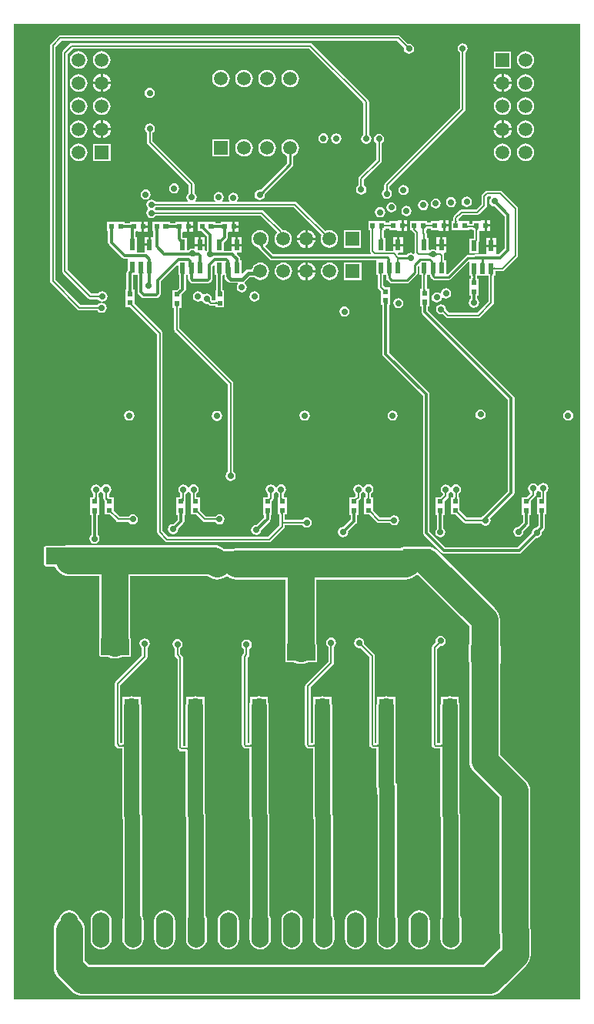
<source format=gbl>
G04*
G04 #@! TF.GenerationSoftware,Altium Limited,Altium Designer,20.0.13 (296)*
G04*
G04 Layer_Physical_Order=4*
G04 Layer_Color=16711680*
%FSLAX44Y44*%
%MOMM*%
G71*
G01*
G75*
%ADD12C,0.2000*%
%ADD14C,0.2500*%
%ADD16C,0.3000*%
%ADD19R,0.6000X0.5000*%
%ADD20R,0.5000X0.6000*%
%ADD56C,0.4000*%
%ADD58C,1.7000*%
%ADD59O,1.9304X3.8608*%
%ADD60R,1.5000X1.5000*%
%ADD61C,1.5000*%
%ADD62R,1.5000X1.5000*%
%ADD63C,0.7000*%
%ADD64C,0.8000*%
%ADD65C,3.0000*%
%ADD66R,0.5900X1.2100*%
%ADD67R,1.6000X1.6000*%
G36*
X626432Y3569D02*
X3568D01*
X3569Y1076431D01*
X626431D01*
X626432Y3569D01*
D02*
G37*
%LPC*%
G36*
X426250Y1064059D02*
X426250Y1064059D01*
X54250D01*
X54250Y1064059D01*
X53080Y1063826D01*
X52087Y1063163D01*
X52087Y1063163D01*
X43837Y1054913D01*
X43174Y1053921D01*
X42941Y1052750D01*
X42941Y1052750D01*
Y793750D01*
X42941Y793750D01*
X43174Y792579D01*
X43837Y791587D01*
X73337Y762087D01*
X73337Y762087D01*
X74330Y761424D01*
X75500Y761191D01*
X75500Y761191D01*
X95179D01*
X95785Y760285D01*
X97604Y759069D01*
X99750Y758642D01*
X101896Y759069D01*
X103715Y760285D01*
X104931Y762104D01*
X105358Y764250D01*
X104931Y766396D01*
X103715Y768215D01*
X101896Y769431D01*
X99750Y769858D01*
X97604Y769431D01*
X95785Y768215D01*
X95179Y767309D01*
X76767D01*
X49059Y795017D01*
Y1051483D01*
X55517Y1057941D01*
X424983D01*
X432605Y1050319D01*
X432392Y1049250D01*
X432819Y1047104D01*
X434035Y1045285D01*
X435854Y1044069D01*
X438000Y1043642D01*
X440146Y1044069D01*
X441965Y1045285D01*
X443181Y1047104D01*
X443608Y1049250D01*
X443181Y1051396D01*
X441965Y1053215D01*
X440146Y1054431D01*
X438000Y1054858D01*
X436931Y1054645D01*
X428413Y1063163D01*
X427421Y1063826D01*
X426250Y1064059D01*
D02*
G37*
G36*
X550500Y1046500D02*
X531500D01*
Y1027500D01*
X550500D01*
Y1046500D01*
D02*
G37*
G36*
X566400Y1046582D02*
X563920Y1046255D01*
X561609Y1045298D01*
X559625Y1043775D01*
X558102Y1041791D01*
X557145Y1039480D01*
X556818Y1037000D01*
X557145Y1034520D01*
X558102Y1032209D01*
X559625Y1030225D01*
X561609Y1028702D01*
X563920Y1027745D01*
X566400Y1027418D01*
X568880Y1027745D01*
X571191Y1028702D01*
X573176Y1030225D01*
X574698Y1032209D01*
X575656Y1034520D01*
X575982Y1037000D01*
X575656Y1039480D01*
X574698Y1041791D01*
X573176Y1043775D01*
X571191Y1045298D01*
X568880Y1046255D01*
X566400Y1046582D01*
D02*
G37*
G36*
X100000D02*
X97520Y1046255D01*
X95209Y1045298D01*
X93225Y1043775D01*
X91702Y1041791D01*
X90744Y1039480D01*
X90418Y1037000D01*
X90744Y1034520D01*
X91702Y1032209D01*
X93225Y1030225D01*
X95209Y1028702D01*
X97520Y1027745D01*
X100000Y1027418D01*
X102480Y1027745D01*
X104791Y1028702D01*
X106776Y1030225D01*
X108298Y1032209D01*
X109256Y1034520D01*
X109582Y1037000D01*
X109256Y1039480D01*
X108298Y1041791D01*
X106776Y1043775D01*
X104791Y1045298D01*
X102480Y1046255D01*
X100000Y1046582D01*
D02*
G37*
G36*
X74600D02*
X72120Y1046255D01*
X69809Y1045298D01*
X67825Y1043775D01*
X66302Y1041791D01*
X65345Y1039480D01*
X65018Y1037000D01*
X65345Y1034520D01*
X66302Y1032209D01*
X67825Y1030225D01*
X69809Y1028702D01*
X72120Y1027745D01*
X74600Y1027418D01*
X77080Y1027745D01*
X79391Y1028702D01*
X81376Y1030225D01*
X82898Y1032209D01*
X83855Y1034520D01*
X84182Y1037000D01*
X83855Y1039480D01*
X82898Y1041791D01*
X81376Y1043775D01*
X79391Y1045298D01*
X77080Y1046255D01*
X74600Y1046582D01*
D02*
G37*
G36*
X542270Y1021559D02*
Y1012870D01*
X550959D01*
X550782Y1014221D01*
X549770Y1016663D01*
X548161Y1018761D01*
X546063Y1020370D01*
X543621Y1021382D01*
X542270Y1021559D01*
D02*
G37*
G36*
X539730D02*
X538379Y1021382D01*
X535937Y1020370D01*
X533839Y1018761D01*
X532230Y1016663D01*
X531218Y1014221D01*
X531041Y1012870D01*
X539730D01*
Y1021559D01*
D02*
G37*
G36*
X101270D02*
Y1012870D01*
X109959D01*
X109782Y1014221D01*
X108770Y1016663D01*
X107161Y1018761D01*
X105063Y1020370D01*
X102621Y1021382D01*
X101270Y1021559D01*
D02*
G37*
G36*
X98730D02*
X97379Y1021382D01*
X94937Y1020370D01*
X92839Y1018761D01*
X91230Y1016663D01*
X90218Y1014221D01*
X90041Y1012870D01*
X98730D01*
Y1021559D01*
D02*
G37*
G36*
X307350Y1025932D02*
X304870Y1025605D01*
X302559Y1024648D01*
X300575Y1023125D01*
X299052Y1021141D01*
X298095Y1018830D01*
X297768Y1016350D01*
X298095Y1013870D01*
X299052Y1011559D01*
X300575Y1009575D01*
X302559Y1008052D01*
X304870Y1007094D01*
X307350Y1006768D01*
X309830Y1007094D01*
X312141Y1008052D01*
X314125Y1009575D01*
X315648Y1011559D01*
X316605Y1013870D01*
X316932Y1016350D01*
X316605Y1018830D01*
X315648Y1021141D01*
X314125Y1023125D01*
X312141Y1024648D01*
X309830Y1025605D01*
X307350Y1025932D01*
D02*
G37*
G36*
X281950D02*
X279470Y1025605D01*
X277159Y1024648D01*
X275175Y1023125D01*
X273652Y1021141D01*
X272695Y1018830D01*
X272368Y1016350D01*
X272695Y1013870D01*
X273652Y1011559D01*
X275175Y1009575D01*
X277159Y1008052D01*
X279470Y1007094D01*
X281950Y1006768D01*
X284430Y1007094D01*
X286741Y1008052D01*
X288725Y1009575D01*
X290248Y1011559D01*
X291206Y1013870D01*
X291532Y1016350D01*
X291206Y1018830D01*
X290248Y1021141D01*
X288725Y1023125D01*
X286741Y1024648D01*
X284430Y1025605D01*
X281950Y1025932D01*
D02*
G37*
G36*
X256550D02*
X254070Y1025605D01*
X251759Y1024648D01*
X249775Y1023125D01*
X248252Y1021141D01*
X247295Y1018830D01*
X246968Y1016350D01*
X247295Y1013870D01*
X248252Y1011559D01*
X249775Y1009575D01*
X251759Y1008052D01*
X254070Y1007094D01*
X256550Y1006768D01*
X259030Y1007094D01*
X261341Y1008052D01*
X263326Y1009575D01*
X264848Y1011559D01*
X265805Y1013870D01*
X266132Y1016350D01*
X265805Y1018830D01*
X264848Y1021141D01*
X263326Y1023125D01*
X261341Y1024648D01*
X259030Y1025605D01*
X256550Y1025932D01*
D02*
G37*
G36*
X231150D02*
X228670Y1025605D01*
X226359Y1024648D01*
X224375Y1023125D01*
X222852Y1021141D01*
X221895Y1018830D01*
X221568Y1016350D01*
X221895Y1013870D01*
X222852Y1011559D01*
X224375Y1009575D01*
X226359Y1008052D01*
X228670Y1007094D01*
X231150Y1006768D01*
X233630Y1007094D01*
X235941Y1008052D01*
X237925Y1009575D01*
X239448Y1011559D01*
X240406Y1013870D01*
X240732Y1016350D01*
X240406Y1018830D01*
X239448Y1021141D01*
X237925Y1023125D01*
X235941Y1024648D01*
X233630Y1025605D01*
X231150Y1025932D01*
D02*
G37*
G36*
X566400Y1021182D02*
X563920Y1020855D01*
X561609Y1019898D01*
X559625Y1018375D01*
X558102Y1016391D01*
X557145Y1014080D01*
X556818Y1011600D01*
X557145Y1009120D01*
X558102Y1006809D01*
X559625Y1004825D01*
X561609Y1003302D01*
X563920Y1002345D01*
X566400Y1002018D01*
X568880Y1002345D01*
X571191Y1003302D01*
X573176Y1004825D01*
X574698Y1006809D01*
X575656Y1009120D01*
X575982Y1011600D01*
X575656Y1014080D01*
X574698Y1016391D01*
X573176Y1018375D01*
X571191Y1019898D01*
X568880Y1020855D01*
X566400Y1021182D01*
D02*
G37*
G36*
X74600D02*
X72120Y1020855D01*
X69809Y1019898D01*
X67825Y1018375D01*
X66302Y1016391D01*
X65345Y1014080D01*
X65018Y1011600D01*
X65345Y1009120D01*
X66302Y1006809D01*
X67825Y1004825D01*
X69809Y1003302D01*
X72120Y1002345D01*
X74600Y1002018D01*
X77080Y1002345D01*
X79391Y1003302D01*
X81376Y1004825D01*
X82898Y1006809D01*
X83855Y1009120D01*
X84182Y1011600D01*
X83855Y1014080D01*
X82898Y1016391D01*
X81376Y1018375D01*
X79391Y1019898D01*
X77080Y1020855D01*
X74600Y1021182D01*
D02*
G37*
G36*
X550959Y1010330D02*
X542270D01*
Y1001641D01*
X543621Y1001818D01*
X546063Y1002830D01*
X548161Y1004439D01*
X549770Y1006537D01*
X550782Y1008979D01*
X550959Y1010330D01*
D02*
G37*
G36*
X109959Y1010330D02*
X101270D01*
Y1001641D01*
X102621Y1001818D01*
X105063Y1002830D01*
X107161Y1004439D01*
X108770Y1006537D01*
X109782Y1008979D01*
X109959Y1010330D01*
D02*
G37*
G36*
X98730D02*
X90041D01*
X90218Y1008979D01*
X91230Y1006537D01*
X92839Y1004439D01*
X94937Y1002830D01*
X97379Y1001818D01*
X98730Y1001641D01*
Y1010330D01*
D02*
G37*
G36*
X539730Y1010330D02*
X531041D01*
X531218Y1008979D01*
X532230Y1006537D01*
X533839Y1004439D01*
X535937Y1002830D01*
X538379Y1001818D01*
X539730Y1001641D01*
Y1010330D01*
D02*
G37*
G36*
X152750Y1006358D02*
X150604Y1005931D01*
X148785Y1004715D01*
X147569Y1002896D01*
X147142Y1000750D01*
X147569Y998604D01*
X148785Y996785D01*
X150604Y995569D01*
X152750Y995142D01*
X154896Y995569D01*
X156715Y996785D01*
X157931Y998604D01*
X158358Y1000750D01*
X157931Y1002896D01*
X156715Y1004715D01*
X154896Y1005931D01*
X152750Y1006358D01*
D02*
G37*
G36*
X566400Y995782D02*
X563920Y995455D01*
X561609Y994498D01*
X559625Y992975D01*
X558102Y990991D01*
X557145Y988680D01*
X556818Y986200D01*
X557145Y983720D01*
X558102Y981409D01*
X559625Y979425D01*
X561609Y977902D01*
X563920Y976945D01*
X566400Y976618D01*
X568880Y976945D01*
X571191Y977902D01*
X573176Y979425D01*
X574698Y981409D01*
X575656Y983720D01*
X575982Y986200D01*
X575656Y988680D01*
X574698Y990991D01*
X573176Y992975D01*
X571191Y994498D01*
X568880Y995455D01*
X566400Y995782D01*
D02*
G37*
G36*
X541000D02*
X538520Y995455D01*
X536209Y994498D01*
X534225Y992975D01*
X532702Y990991D01*
X531745Y988680D01*
X531418Y986200D01*
X531745Y983720D01*
X532702Y981409D01*
X534225Y979425D01*
X536209Y977902D01*
X538520Y976945D01*
X541000Y976618D01*
X543480Y976945D01*
X545791Y977902D01*
X547775Y979425D01*
X549298Y981409D01*
X550256Y983720D01*
X550582Y986200D01*
X550256Y988680D01*
X549298Y990991D01*
X547775Y992975D01*
X545791Y994498D01*
X543480Y995455D01*
X541000Y995782D01*
D02*
G37*
G36*
X100000D02*
X97520Y995455D01*
X95209Y994498D01*
X93225Y992975D01*
X91702Y990991D01*
X90744Y988680D01*
X90418Y986200D01*
X90744Y983720D01*
X91702Y981409D01*
X93225Y979425D01*
X95209Y977902D01*
X97520Y976945D01*
X100000Y976618D01*
X102480Y976945D01*
X104791Y977902D01*
X106776Y979425D01*
X108298Y981409D01*
X109256Y983720D01*
X109582Y986200D01*
X109256Y988680D01*
X108298Y990991D01*
X106776Y992975D01*
X104791Y994498D01*
X102480Y995455D01*
X100000Y995782D01*
D02*
G37*
G36*
X74600D02*
X72120Y995455D01*
X69809Y994498D01*
X67825Y992975D01*
X66302Y990991D01*
X65345Y988680D01*
X65018Y986200D01*
X65345Y983720D01*
X66302Y981409D01*
X67825Y979425D01*
X69809Y977902D01*
X72120Y976945D01*
X74600Y976618D01*
X77080Y976945D01*
X79391Y977902D01*
X81376Y979425D01*
X82898Y981409D01*
X83855Y983720D01*
X84182Y986200D01*
X83855Y988680D01*
X82898Y990991D01*
X81376Y992975D01*
X79391Y994498D01*
X77080Y995455D01*
X74600Y995782D01*
D02*
G37*
G36*
X542270Y970759D02*
Y962070D01*
X550959D01*
X550782Y963421D01*
X549770Y965863D01*
X548161Y967961D01*
X546063Y969570D01*
X543621Y970582D01*
X542270Y970759D01*
D02*
G37*
G36*
X539730D02*
X538379Y970582D01*
X535937Y969570D01*
X533839Y967961D01*
X532230Y965863D01*
X531218Y963421D01*
X531041Y962070D01*
X539730D01*
Y970759D01*
D02*
G37*
G36*
X101270D02*
Y962070D01*
X109959D01*
X109782Y963421D01*
X108770Y965863D01*
X107161Y967961D01*
X105063Y969570D01*
X102621Y970582D01*
X101270Y970759D01*
D02*
G37*
G36*
X98730D02*
X97379Y970582D01*
X94937Y969570D01*
X92839Y967961D01*
X91230Y965863D01*
X90218Y963421D01*
X90041Y962070D01*
X98730D01*
Y970759D01*
D02*
G37*
G36*
X566400Y970382D02*
X563920Y970055D01*
X561609Y969098D01*
X559625Y967576D01*
X558102Y965591D01*
X557145Y963280D01*
X556818Y960800D01*
X557145Y958320D01*
X558102Y956009D01*
X559625Y954025D01*
X561609Y952502D01*
X563920Y951545D01*
X566400Y951218D01*
X568880Y951545D01*
X571191Y952502D01*
X573176Y954025D01*
X574698Y956009D01*
X575656Y958320D01*
X575982Y960800D01*
X575656Y963280D01*
X574698Y965591D01*
X573176Y967576D01*
X571191Y969098D01*
X568880Y970055D01*
X566400Y970382D01*
D02*
G37*
G36*
X74600D02*
X72120Y970055D01*
X69809Y969098D01*
X67825Y967576D01*
X66302Y965591D01*
X65345Y963280D01*
X65018Y960800D01*
X65345Y958320D01*
X66302Y956009D01*
X67825Y954025D01*
X69809Y952502D01*
X72120Y951545D01*
X74600Y951218D01*
X77080Y951545D01*
X79391Y952502D01*
X81376Y954025D01*
X82898Y956009D01*
X83855Y958320D01*
X84182Y960800D01*
X83855Y963280D01*
X82898Y965591D01*
X81376Y967576D01*
X79391Y969098D01*
X77080Y970055D01*
X74600Y970382D01*
D02*
G37*
G36*
X550959Y959530D02*
X542270D01*
Y950841D01*
X543621Y951018D01*
X546063Y952030D01*
X548161Y953639D01*
X549770Y955737D01*
X550782Y958179D01*
X550959Y959530D01*
D02*
G37*
G36*
X109959Y959530D02*
X101270D01*
Y950841D01*
X102621Y951018D01*
X105063Y952030D01*
X107161Y953639D01*
X108770Y955737D01*
X109782Y958179D01*
X109959Y959530D01*
D02*
G37*
G36*
X98730D02*
X90041D01*
X90218Y958179D01*
X91230Y955737D01*
X92839Y953639D01*
X94937Y952030D01*
X97379Y951018D01*
X98730Y950841D01*
Y959530D01*
D02*
G37*
G36*
X539730Y959530D02*
X531041D01*
X531218Y958179D01*
X532230Y955737D01*
X533839Y953639D01*
X535937Y952030D01*
X538379Y951018D01*
X539730Y950841D01*
Y959530D01*
D02*
G37*
G36*
X343750Y956358D02*
X341604Y955931D01*
X339785Y954715D01*
X338569Y952896D01*
X338142Y950750D01*
X338569Y948604D01*
X339785Y946785D01*
X341604Y945569D01*
X343750Y945142D01*
X345896Y945569D01*
X347715Y946785D01*
X348931Y948604D01*
X349358Y950750D01*
X348931Y952896D01*
X347715Y954715D01*
X345896Y955931D01*
X343750Y956358D01*
D02*
G37*
G36*
X358000Y956108D02*
X355854Y955681D01*
X354035Y954465D01*
X352819Y952646D01*
X352392Y950500D01*
X352819Y948354D01*
X354035Y946535D01*
X355854Y945319D01*
X358000Y944892D01*
X360146Y945319D01*
X361965Y946535D01*
X363181Y948354D01*
X363608Y950500D01*
X363181Y952646D01*
X361965Y954465D01*
X360146Y955681D01*
X358000Y956108D01*
D02*
G37*
G36*
X329500Y1055309D02*
X329500Y1055309D01*
X66750D01*
X65580Y1055076D01*
X64587Y1054413D01*
X64587Y1054413D01*
X57087Y1046913D01*
X56424Y1045920D01*
X56191Y1044750D01*
X56191Y1044750D01*
Y804750D01*
X56191Y804750D01*
X56424Y803579D01*
X57087Y802587D01*
X85087Y774587D01*
X85087Y774587D01*
X86080Y773924D01*
X87250Y773691D01*
X95929D01*
X96535Y772785D01*
X98354Y771569D01*
X100500Y771142D01*
X102646Y771569D01*
X104465Y772785D01*
X105681Y774604D01*
X106108Y776750D01*
X105681Y778896D01*
X104465Y780715D01*
X102646Y781931D01*
X100500Y782358D01*
X98354Y781931D01*
X96535Y780715D01*
X95929Y779809D01*
X88517D01*
X62309Y806017D01*
Y1043483D01*
X68017Y1049191D01*
X328233D01*
X387941Y989483D01*
Y954821D01*
X387035Y954215D01*
X385819Y952396D01*
X385392Y950250D01*
X385819Y948104D01*
X387035Y946285D01*
X388854Y945069D01*
X391000Y944642D01*
X393146Y945069D01*
X394965Y946285D01*
X396181Y948104D01*
X396608Y950250D01*
X396181Y952396D01*
X394965Y954215D01*
X394059Y954821D01*
Y990750D01*
X394059Y990750D01*
X393826Y991920D01*
X393163Y992913D01*
X393163Y992913D01*
X331663Y1054413D01*
X330671Y1055076D01*
X329500Y1055309D01*
D02*
G37*
G36*
X240650Y949650D02*
X221650D01*
Y930650D01*
X240650D01*
Y949650D01*
D02*
G37*
G36*
X281950Y949732D02*
X279470Y949405D01*
X277159Y948448D01*
X275175Y946925D01*
X273652Y944941D01*
X272695Y942630D01*
X272368Y940150D01*
X272695Y937670D01*
X273652Y935359D01*
X275175Y933374D01*
X277159Y931852D01*
X279470Y930894D01*
X281950Y930568D01*
X284430Y930894D01*
X286741Y931852D01*
X288725Y933374D01*
X290248Y935359D01*
X291206Y937670D01*
X291532Y940150D01*
X291206Y942630D01*
X290248Y944941D01*
X288725Y946925D01*
X286741Y948448D01*
X284430Y949405D01*
X281950Y949732D01*
D02*
G37*
G36*
X256550D02*
X254070Y949405D01*
X251759Y948448D01*
X249775Y946925D01*
X248252Y944941D01*
X247295Y942630D01*
X246968Y940150D01*
X247295Y937670D01*
X248252Y935359D01*
X249775Y933374D01*
X251759Y931852D01*
X254070Y930894D01*
X256550Y930568D01*
X259030Y930894D01*
X261341Y931852D01*
X263326Y933374D01*
X264848Y935359D01*
X265805Y937670D01*
X266132Y940150D01*
X265805Y942630D01*
X264848Y944941D01*
X263326Y946925D01*
X261341Y948448D01*
X259030Y949405D01*
X256550Y949732D01*
D02*
G37*
G36*
X109500Y944900D02*
X90500D01*
Y925900D01*
X109500D01*
Y944900D01*
D02*
G37*
G36*
X566400Y944982D02*
X563920Y944656D01*
X561609Y943698D01*
X559625Y942176D01*
X558102Y940191D01*
X557145Y937880D01*
X556818Y935400D01*
X557145Y932920D01*
X558102Y930609D01*
X559625Y928625D01*
X561609Y927102D01*
X563920Y926145D01*
X566400Y925818D01*
X568880Y926145D01*
X571191Y927102D01*
X573176Y928625D01*
X574698Y930609D01*
X575656Y932920D01*
X575982Y935400D01*
X575656Y937880D01*
X574698Y940191D01*
X573176Y942176D01*
X571191Y943698D01*
X568880Y944656D01*
X566400Y944982D01*
D02*
G37*
G36*
X541000D02*
X538520Y944656D01*
X536209Y943698D01*
X534225Y942176D01*
X532702Y940191D01*
X531745Y937880D01*
X531418Y935400D01*
X531745Y932920D01*
X532702Y930609D01*
X534225Y928625D01*
X536209Y927102D01*
X538520Y926145D01*
X541000Y925818D01*
X543480Y926145D01*
X545791Y927102D01*
X547775Y928625D01*
X549298Y930609D01*
X550256Y932920D01*
X550582Y935400D01*
X550256Y937880D01*
X549298Y940191D01*
X547775Y942176D01*
X545791Y943698D01*
X543480Y944656D01*
X541000Y944982D01*
D02*
G37*
G36*
X74600D02*
X72120Y944656D01*
X69809Y943698D01*
X67825Y942176D01*
X66302Y940191D01*
X65345Y937880D01*
X65018Y935400D01*
X65345Y932920D01*
X66302Y930609D01*
X67825Y928625D01*
X69809Y927102D01*
X72120Y926145D01*
X74600Y925818D01*
X77080Y926145D01*
X79391Y927102D01*
X81376Y928625D01*
X82898Y930609D01*
X83855Y932920D01*
X84182Y935400D01*
X83855Y937880D01*
X82898Y940191D01*
X81376Y942176D01*
X79391Y943698D01*
X77080Y944656D01*
X74600Y944982D01*
D02*
G37*
G36*
X307350Y949732D02*
X304870Y949405D01*
X302559Y948448D01*
X300575Y946925D01*
X299052Y944941D01*
X298095Y942630D01*
X297768Y940150D01*
X298095Y937670D01*
X299052Y935359D01*
X300575Y933374D01*
X302559Y931852D01*
X304036Y931240D01*
Y923473D01*
X274519Y893955D01*
X273750Y894108D01*
X271604Y893681D01*
X269785Y892465D01*
X268569Y890646D01*
X268142Y888500D01*
X268569Y886354D01*
X269785Y884535D01*
X271604Y883319D01*
X273750Y882892D01*
X275896Y883319D01*
X277715Y884535D01*
X278931Y886354D01*
X279358Y888500D01*
X279205Y889269D01*
X309693Y919757D01*
X310411Y920832D01*
X310664Y922100D01*
Y931240D01*
X312141Y931852D01*
X314125Y933374D01*
X315648Y935359D01*
X316605Y937670D01*
X316932Y940150D01*
X316605Y942630D01*
X315648Y944941D01*
X314125Y946925D01*
X312141Y948448D01*
X309830Y949405D01*
X307350Y949732D01*
D02*
G37*
G36*
X538500Y893059D02*
X538500Y893059D01*
X523750D01*
X523750Y893059D01*
X522579Y892826D01*
X521587Y892163D01*
X521587Y892163D01*
X518587Y889163D01*
X517924Y888170D01*
X517691Y887000D01*
X517691Y887000D01*
Y878267D01*
X511733Y872309D01*
X495750D01*
X494580Y872076D01*
X493587Y871413D01*
X493587Y871413D01*
X487412Y865238D01*
X486749Y864246D01*
X486516Y863075D01*
X486516Y863075D01*
Y859750D01*
X485075D01*
Y849750D01*
X493805D01*
X494075Y849750D01*
X495075D01*
X495345Y849750D01*
X502015D01*
X502060Y849741D01*
X502102Y849750D01*
X504075D01*
Y850691D01*
X508000D01*
Y849750D01*
X509441D01*
Y840600D01*
X504550D01*
Y824500D01*
X514450D01*
Y836274D01*
X514663Y836487D01*
X514663Y836487D01*
X515326Y837479D01*
X515559Y838650D01*
Y848895D01*
X515650Y848986D01*
X516829Y849536D01*
X517460Y849210D01*
X518046Y849210D01*
X521230D01*
Y854750D01*
Y860290D01*
X517460D01*
X516414Y859750D01*
X508000Y859750D01*
Y856809D01*
X504075D01*
Y859750D01*
X495345D01*
X495075Y859750D01*
X494075D01*
X493904Y859750D01*
X492634Y859988D01*
Y861808D01*
X497017Y866191D01*
X513000D01*
X513000Y866191D01*
X514170Y866424D01*
X515163Y867087D01*
X522913Y874837D01*
X522913Y874837D01*
X523576Y875829D01*
X523809Y877000D01*
Y885733D01*
X525017Y886941D01*
X527958D01*
X528343Y885671D01*
X528035Y885465D01*
X526819Y883646D01*
X526392Y881500D01*
X526819Y879354D01*
X528035Y877535D01*
X529854Y876319D01*
X532000Y875892D01*
X532468Y875985D01*
X543181Y865272D01*
Y829221D01*
X537029Y823069D01*
X534891D01*
X533990Y823960D01*
X533990Y824339D01*
Y831280D01*
X528500D01*
X523010D01*
Y824339D01*
X523010Y823960D01*
X522109Y823069D01*
X511000D01*
X509719Y822814D01*
X503000D01*
X501732Y822561D01*
X500657Y821843D01*
X480377Y801564D01*
X478700D01*
Y816250D01*
X476809D01*
Y822078D01*
X476809Y822078D01*
X476576Y823249D01*
X476448Y823440D01*
X477127Y824710D01*
X479240D01*
Y832030D01*
X473750D01*
X468260D01*
Y828713D01*
X466990Y828034D01*
X466396Y828431D01*
X464250Y828858D01*
X462104Y828431D01*
X460970Y827673D01*
X459700Y828352D01*
Y841350D01*
X457809D01*
Y845000D01*
X457809Y845000D01*
X457576Y846171D01*
X456913Y847163D01*
X456784Y847292D01*
Y849750D01*
X458225D01*
Y851691D01*
X462150D01*
Y849750D01*
X470564Y849750D01*
X471610Y849210D01*
X472196Y849210D01*
X475380D01*
Y854750D01*
Y860290D01*
X471610D01*
X470564Y859750D01*
X462150Y859750D01*
Y857809D01*
X458225D01*
Y859750D01*
X449225D01*
X449225Y859750D01*
X448225D01*
Y859750D01*
X447955Y859750D01*
X439225D01*
Y849750D01*
X440820D01*
X440899Y849354D01*
X441562Y848362D01*
X443941Y845983D01*
Y825250D01*
X443941Y825250D01*
X444092Y824491D01*
X443038Y823668D01*
X441896Y824431D01*
X439750Y824858D01*
X437604Y824431D01*
X435785Y823215D01*
X435516Y822814D01*
X426887D01*
X425914Y823787D01*
X426400Y824960D01*
X431365D01*
Y832280D01*
X425875D01*
X420385D01*
Y827059D01*
X411825D01*
Y841600D01*
X410434D01*
Y849750D01*
X412375D01*
Y851691D01*
X416300D01*
Y849750D01*
X424714Y849750D01*
X425760Y849210D01*
X426346Y849210D01*
X429530D01*
Y854750D01*
Y860290D01*
X425760D01*
X424714Y859750D01*
X416300Y859750D01*
Y857809D01*
X412375D01*
Y859750D01*
X403645D01*
X403375Y859750D01*
Y859750D01*
X402375D01*
Y859750D01*
X393375D01*
Y849750D01*
X394816D01*
Y826750D01*
X394816Y826750D01*
X395049Y825580D01*
X395712Y824587D01*
X396062Y824237D01*
X395576Y823064D01*
X288623D01*
X280234Y831452D01*
X280317Y832719D01*
X280975Y833224D01*
X282498Y835209D01*
X283456Y837520D01*
X283782Y840000D01*
X283456Y842480D01*
X282498Y844791D01*
X280975Y846775D01*
X278991Y848298D01*
X276680Y849256D01*
X274200Y849582D01*
X271720Y849256D01*
X269409Y848298D01*
X267425Y846775D01*
X265902Y844791D01*
X264945Y842480D01*
X264618Y840000D01*
X264945Y837520D01*
X265902Y835209D01*
X267425Y833224D01*
X269409Y831702D01*
X271720Y830744D01*
X272810Y830601D01*
X272994Y829677D01*
X273712Y828602D01*
X284907Y817407D01*
X285982Y816689D01*
X287250Y816436D01*
X401925D01*
Y800400D01*
X403816D01*
Y787375D01*
X403816Y787375D01*
X404049Y786204D01*
X404712Y785212D01*
X407500Y782424D01*
Y778020D01*
X407500Y777750D01*
Y776750D01*
X407500Y776480D01*
Y769824D01*
X407491Y769781D01*
X407500Y769737D01*
Y767750D01*
X408893D01*
X408916Y767608D01*
X408931Y767432D01*
Y713750D01*
X409203Y712384D01*
X409977Y711227D01*
X453431Y667772D01*
Y517250D01*
X453703Y515884D01*
X454477Y514727D01*
X474227Y494977D01*
X475384Y494203D01*
X476750Y493931D01*
X559250D01*
X560616Y494203D01*
X561773Y494977D01*
X578282Y511485D01*
X578750Y511392D01*
X580896Y511819D01*
X582715Y513035D01*
X583931Y514854D01*
X584358Y517000D01*
X584130Y518147D01*
X586523Y520540D01*
X587297Y521698D01*
X587569Y523064D01*
Y536682D01*
X587584Y536858D01*
X587607Y537000D01*
X589000D01*
Y538987D01*
X589009Y539030D01*
X589000Y539074D01*
Y545730D01*
X589000Y546000D01*
Y547000D01*
X589000Y547270D01*
Y553944D01*
X589009Y553989D01*
X589000Y554031D01*
Y554034D01*
X589006Y554075D01*
X589000Y554191D01*
Y556000D01*
X588925D01*
Y561429D01*
X589831Y562035D01*
X591047Y563854D01*
X591474Y566000D01*
X591047Y568146D01*
X589831Y569965D01*
X588012Y571181D01*
X585866Y571608D01*
X583720Y571181D01*
X581901Y569965D01*
X580933Y568517D01*
X579696Y568423D01*
X579496Y568479D01*
X578634Y569768D01*
X576815Y570984D01*
X574669Y571411D01*
X572523Y570984D01*
X570704Y569768D01*
X569488Y567949D01*
X569061Y565803D01*
X569488Y563657D01*
X570704Y561838D01*
X571610Y561232D01*
Y559936D01*
X567424Y555750D01*
X562250D01*
Y547020D01*
X562250Y546750D01*
Y545750D01*
X562250Y545480D01*
Y538824D01*
X562241Y538781D01*
X562250Y538737D01*
Y536750D01*
X563643D01*
X563666Y536608D01*
X563681Y536432D01*
Y528228D01*
X558968Y523515D01*
X558500Y523608D01*
X556354Y523181D01*
X554535Y521965D01*
X553319Y520146D01*
X552892Y518000D01*
X553319Y515854D01*
X554535Y514035D01*
X556354Y512819D01*
X558500Y512392D01*
X560646Y512819D01*
X562465Y514035D01*
X563681Y515854D01*
X564108Y518000D01*
X564015Y518468D01*
X569773Y524227D01*
X570547Y525384D01*
X570818Y526750D01*
Y536432D01*
X570834Y536608D01*
X570857Y536750D01*
X572250D01*
Y538737D01*
X572259Y538781D01*
X572250Y538824D01*
Y545480D01*
X572250Y545750D01*
Y546750D01*
X572250Y547020D01*
Y551924D01*
X576832Y556506D01*
X576832Y556506D01*
X577495Y557499D01*
X577728Y558669D01*
X577728Y558669D01*
Y561232D01*
X578634Y561838D01*
X579602Y563286D01*
X580839Y563381D01*
X581039Y563325D01*
X581901Y562035D01*
X582807Y561429D01*
Y556000D01*
X579000D01*
Y547270D01*
X579000Y547000D01*
Y546000D01*
X579000Y545730D01*
Y539074D01*
X578991Y539030D01*
X579000Y538987D01*
Y537000D01*
X580393D01*
X580416Y536858D01*
X580431Y536683D01*
Y524542D01*
X578434Y522545D01*
X576604Y522181D01*
X574785Y520965D01*
X573569Y519146D01*
X573142Y517000D01*
X573235Y516532D01*
X557772Y501069D01*
X478228D01*
X460569Y518728D01*
Y669250D01*
X460297Y670616D01*
X459523Y671773D01*
X416069Y715228D01*
Y767432D01*
X416084Y767608D01*
X416107Y767750D01*
X417500D01*
Y769737D01*
X417509Y769781D01*
X417500Y769824D01*
Y776480D01*
X417500Y776750D01*
Y777750D01*
X417500Y778020D01*
Y786750D01*
X411826D01*
X409934Y788642D01*
Y800400D01*
X413061D01*
Y797089D01*
X413314Y795821D01*
X414032Y794746D01*
X416871Y791907D01*
X417946Y791189D01*
X419215Y790936D01*
X435500D01*
X436768Y791189D01*
X437843Y791907D01*
X446843Y800907D01*
X447561Y801982D01*
X447814Y803250D01*
Y810140D01*
X448673Y810845D01*
X449800Y810361D01*
Y800150D01*
X451691D01*
Y785000D01*
X450250D01*
Y776270D01*
X450250Y776000D01*
Y775000D01*
X450250Y774730D01*
Y768074D01*
X450241Y768030D01*
X450250Y767987D01*
Y766000D01*
X451643D01*
X451666Y765858D01*
X451681Y765682D01*
Y760250D01*
X451953Y758884D01*
X452727Y757727D01*
X546931Y663522D01*
Y562486D01*
X520492Y536046D01*
X520270Y535714D01*
X520104Y535681D01*
X518285Y534465D01*
X517679Y533559D01*
X501567D01*
X493800Y541326D01*
Y545730D01*
X493800Y546000D01*
Y547000D01*
X493800Y547270D01*
Y556000D01*
X492701D01*
Y560179D01*
X493608Y560785D01*
X494824Y562604D01*
X495250Y564750D01*
X494824Y566896D01*
X493608Y568715D01*
X491789Y569931D01*
X489643Y570358D01*
X487497Y569931D01*
X485677Y568715D01*
X484710Y567267D01*
X483473Y567173D01*
X483273Y567229D01*
X482411Y568518D01*
X480592Y569734D01*
X478446Y570161D01*
X476300Y569734D01*
X474481Y568518D01*
X473265Y566699D01*
X472838Y564553D01*
X473265Y562407D01*
X474481Y560588D01*
X475387Y559982D01*
Y558713D01*
X472424Y555750D01*
X467250D01*
Y547020D01*
X467250Y546750D01*
Y545750D01*
X467250Y545480D01*
Y536750D01*
X468893D01*
X468915Y536613D01*
X468931Y536430D01*
Y521730D01*
X468535Y521465D01*
X467319Y519646D01*
X466892Y517500D01*
X467319Y515354D01*
X468535Y513535D01*
X470354Y512319D01*
X472500Y511892D01*
X474646Y512319D01*
X476465Y513535D01*
X477681Y515354D01*
X478108Y517500D01*
X477681Y519646D01*
X476465Y521465D01*
X476069Y521730D01*
Y536517D01*
X476078Y536650D01*
X476092Y536750D01*
X477250D01*
Y538727D01*
X477259Y538770D01*
X477250Y538815D01*
Y545480D01*
X477250Y545750D01*
Y546750D01*
X477250Y547020D01*
Y551924D01*
X480609Y555283D01*
X480609Y555283D01*
X481272Y556275D01*
X481505Y557446D01*
X481505Y557446D01*
Y559982D01*
X482411Y560588D01*
X483378Y562036D01*
X484616Y562131D01*
X484816Y562075D01*
X485677Y560785D01*
X486584Y560179D01*
Y556000D01*
X483800D01*
Y547270D01*
X483800Y547000D01*
Y546000D01*
X483800Y545730D01*
Y537000D01*
X489474D01*
X498137Y528337D01*
X498137Y528337D01*
X499129Y527674D01*
X500300Y527441D01*
X517679D01*
X518285Y526535D01*
X520104Y525319D01*
X522250Y524892D01*
X524396Y525319D01*
X526215Y526535D01*
X527431Y528354D01*
X527858Y530500D01*
X527431Y532646D01*
X527332Y532793D01*
X553023Y558484D01*
X553797Y559642D01*
X554069Y561007D01*
Y665000D01*
X553797Y666366D01*
X553023Y667523D01*
X458819Y761728D01*
Y765682D01*
X458834Y765858D01*
X458857Y766000D01*
X460250D01*
Y767987D01*
X460259Y768030D01*
X460250Y768074D01*
Y774730D01*
X460250Y775000D01*
Y776000D01*
X460250Y776270D01*
Y785000D01*
X457809D01*
Y800150D01*
X460936D01*
Y799715D01*
X461189Y798446D01*
X461907Y797371D01*
X463371Y795907D01*
X464446Y795189D01*
X465714Y794936D01*
X481750D01*
X483018Y795189D01*
X484093Y795907D01*
X503280Y815094D01*
X504550Y814568D01*
Y799400D01*
X506186D01*
Y796500D01*
X504500D01*
Y787770D01*
X504500Y787500D01*
Y786500D01*
X504500Y786230D01*
Y779574D01*
X504491Y779530D01*
X504500Y779487D01*
Y777500D01*
X505893D01*
X505916Y777358D01*
X505931Y777182D01*
Y774230D01*
X505535Y773965D01*
X504319Y772146D01*
X503892Y770000D01*
X504319Y767854D01*
X505535Y766035D01*
X507354Y764819D01*
X509500Y764392D01*
X511646Y764819D01*
X513465Y766035D01*
X514681Y767854D01*
X515108Y770000D01*
X514681Y772146D01*
X513465Y773965D01*
X513069Y774230D01*
Y777182D01*
X513084Y777358D01*
X513107Y777500D01*
X514500D01*
Y779487D01*
X514509Y779530D01*
X514500Y779574D01*
Y786230D01*
X514500Y786500D01*
Y787500D01*
X514500Y787770D01*
Y796500D01*
X512814D01*
Y799400D01*
X525441D01*
Y771267D01*
X513233Y759059D01*
X482189D01*
X478798Y762449D01*
X478858Y762750D01*
X478431Y764896D01*
X477215Y766715D01*
X475396Y767931D01*
X473250Y768358D01*
X471104Y767931D01*
X469285Y766715D01*
X468069Y764896D01*
X467642Y762750D01*
X468069Y760604D01*
X469285Y758785D01*
X471104Y757569D01*
X473250Y757142D01*
X475088Y757508D01*
X478759Y753837D01*
X478759Y753837D01*
X479751Y753174D01*
X480922Y752941D01*
X514500D01*
X514500Y752941D01*
X515671Y753174D01*
X516663Y753837D01*
X530663Y767837D01*
X530663Y767837D01*
X531326Y768829D01*
X531559Y770000D01*
X531559Y770000D01*
Y799400D01*
X533450D01*
Y804391D01*
X540700D01*
X540700Y804391D01*
X541870Y804624D01*
X542863Y805287D01*
X557163Y819587D01*
X557163Y819587D01*
X557826Y820580D01*
X558059Y821750D01*
Y873500D01*
X558059Y873500D01*
X557826Y874670D01*
X557163Y875663D01*
X540663Y892163D01*
X539670Y892826D01*
X538500Y893059D01*
D02*
G37*
G36*
X179500Y901358D02*
X177354Y900931D01*
X175535Y899715D01*
X174319Y897896D01*
X173892Y895750D01*
X174319Y893604D01*
X175535Y891785D01*
X177354Y890569D01*
X179500Y890142D01*
X181646Y890569D01*
X183465Y891785D01*
X184681Y893604D01*
X185108Y895750D01*
X184681Y897896D01*
X183465Y899715D01*
X181646Y900931D01*
X179500Y901358D01*
D02*
G37*
G36*
X405000Y955608D02*
X402854Y955181D01*
X401035Y953965D01*
X399819Y952146D01*
X399392Y950000D01*
X399819Y947854D01*
X401035Y946035D01*
X401941Y945429D01*
Y927517D01*
X383337Y908913D01*
X382674Y907921D01*
X382441Y906750D01*
X382441Y906750D01*
Y899071D01*
X381535Y898465D01*
X380319Y896646D01*
X379892Y894500D01*
X380319Y892354D01*
X381535Y890535D01*
X383354Y889319D01*
X385500Y888892D01*
X387646Y889319D01*
X389465Y890535D01*
X390681Y892354D01*
X391108Y894500D01*
X390681Y896646D01*
X389465Y898465D01*
X388559Y899071D01*
Y905483D01*
X407163Y924087D01*
X407163Y924087D01*
X407826Y925079D01*
X408059Y926250D01*
X408059Y926250D01*
Y945429D01*
X408965Y946035D01*
X410181Y947854D01*
X410608Y950000D01*
X410181Y952146D01*
X408965Y953965D01*
X407146Y955181D01*
X405000Y955608D01*
D02*
G37*
G36*
X432000Y899608D02*
X429854Y899181D01*
X428035Y897965D01*
X426819Y896146D01*
X426392Y894000D01*
X426819Y891854D01*
X428035Y890035D01*
X429854Y888819D01*
X432000Y888392D01*
X434146Y888819D01*
X435965Y890035D01*
X437181Y891854D01*
X437608Y894000D01*
X437181Y896146D01*
X435965Y897965D01*
X434146Y899181D01*
X432000Y899608D01*
D02*
G37*
G36*
X497000Y1055358D02*
X494854Y1054931D01*
X493035Y1053715D01*
X491819Y1051896D01*
X491392Y1049750D01*
X491819Y1047604D01*
X493035Y1045785D01*
X493941Y1045179D01*
Y984017D01*
X411587Y901663D01*
X410924Y900670D01*
X410691Y899500D01*
X410691Y899500D01*
Y894321D01*
X409785Y893715D01*
X408569Y891896D01*
X408142Y889750D01*
X408569Y887604D01*
X409785Y885785D01*
X411604Y884569D01*
X413750Y884142D01*
X415896Y884569D01*
X417715Y885785D01*
X418931Y887604D01*
X419358Y889750D01*
X418931Y891896D01*
X417715Y893715D01*
X416809Y894321D01*
Y898233D01*
X499163Y980587D01*
X499163Y980587D01*
X499826Y981579D01*
X500059Y982750D01*
Y1045179D01*
X500965Y1045785D01*
X502181Y1047604D01*
X502608Y1049750D01*
X502181Y1051896D01*
X500965Y1053715D01*
X499146Y1054931D01*
X497000Y1055358D01*
D02*
G37*
G36*
X148250Y894608D02*
X146104Y894181D01*
X144285Y892965D01*
X143069Y891146D01*
X142642Y889000D01*
X143069Y886854D01*
X144285Y885035D01*
X146104Y883819D01*
X148250Y883392D01*
X150396Y883819D01*
X152215Y885035D01*
X153431Y886854D01*
X153858Y889000D01*
X153431Y891146D01*
X152215Y892965D01*
X150396Y894181D01*
X148250Y894608D01*
D02*
G37*
G36*
X152906Y966952D02*
X150760Y966525D01*
X148941Y965309D01*
X147725Y963490D01*
X147298Y961344D01*
X147725Y959198D01*
X148941Y957378D01*
X149847Y956773D01*
Y946344D01*
X149847Y946344D01*
X150080Y945173D01*
X150743Y944181D01*
X195691Y899233D01*
Y890321D01*
X194785Y889715D01*
X193569Y887896D01*
X193142Y885750D01*
X193569Y883604D01*
X194588Y882079D01*
X194133Y880809D01*
X159321D01*
X158715Y881715D01*
X156896Y882931D01*
X154750Y883358D01*
X152604Y882931D01*
X150785Y881715D01*
X149569Y879896D01*
X149142Y877750D01*
X149569Y875604D01*
X150611Y874044D01*
X150683Y872726D01*
X150516Y872437D01*
X149319Y870646D01*
X148892Y868500D01*
X149319Y866354D01*
X150535Y864535D01*
X152354Y863319D01*
X154500Y862892D01*
X156646Y863319D01*
X158465Y864535D01*
X159071Y865441D01*
X274983D01*
X292875Y847549D01*
X292825Y846775D01*
X291302Y844791D01*
X290345Y842480D01*
X290018Y840000D01*
X290345Y837520D01*
X291302Y835209D01*
X292825Y833224D01*
X294809Y831702D01*
X297120Y830744D01*
X299600Y830418D01*
X302080Y830744D01*
X304391Y831702D01*
X306376Y833224D01*
X307898Y835209D01*
X308855Y837520D01*
X309182Y840000D01*
X308855Y842480D01*
X307898Y844791D01*
X306376Y846775D01*
X304391Y848298D01*
X302080Y849256D01*
X299600Y849582D01*
X299436Y849560D01*
X299275Y849800D01*
X278413Y870663D01*
X277421Y871326D01*
X276250Y871559D01*
X276250Y871559D01*
X159071D01*
X158638Y872206D01*
X158567Y873524D01*
X158734Y873813D01*
X159321Y874691D01*
X311383D01*
X341862Y844212D01*
X341145Y842480D01*
X340818Y840000D01*
X341145Y837520D01*
X342102Y835209D01*
X343625Y833224D01*
X345609Y831702D01*
X347920Y830744D01*
X350400Y830418D01*
X352880Y830744D01*
X355191Y831702D01*
X357175Y833224D01*
X358698Y835209D01*
X359655Y837520D01*
X359982Y840000D01*
X359655Y842480D01*
X358698Y844791D01*
X357175Y846775D01*
X355191Y848298D01*
X352880Y849256D01*
X350400Y849582D01*
X347920Y849256D01*
X346188Y848538D01*
X314813Y879913D01*
X313821Y880576D01*
X312650Y880809D01*
X312650Y880809D01*
X249741D01*
X249079Y882079D01*
X249931Y883354D01*
X250358Y885500D01*
X249931Y887646D01*
X248715Y889465D01*
X246896Y890681D01*
X244750Y891108D01*
X242604Y890681D01*
X240785Y889465D01*
X239569Y887646D01*
X239142Y885500D01*
X239569Y883354D01*
X240421Y882079D01*
X239759Y880809D01*
X233167D01*
X232796Y881815D01*
X232745Y882079D01*
X233931Y883854D01*
X234358Y886000D01*
X233931Y888146D01*
X232715Y889965D01*
X230896Y891181D01*
X228750Y891608D01*
X226604Y891181D01*
X224785Y889965D01*
X223569Y888146D01*
X223142Y886000D01*
X223569Y883854D01*
X224755Y882079D01*
X224704Y881815D01*
X224334Y880809D01*
X203367D01*
X202912Y882079D01*
X203931Y883604D01*
X204358Y885750D01*
X203931Y887896D01*
X202715Y889715D01*
X201809Y890321D01*
Y900500D01*
X201576Y901671D01*
X200913Y902663D01*
X155965Y947611D01*
Y956773D01*
X156872Y957378D01*
X158087Y959198D01*
X158514Y961344D01*
X158087Y963490D01*
X156872Y965309D01*
X155052Y966525D01*
X152906Y966952D01*
D02*
G37*
G36*
X501500Y886608D02*
X499354Y886181D01*
X497535Y884965D01*
X496319Y883146D01*
X495892Y881000D01*
X496319Y878854D01*
X497535Y877035D01*
X499354Y875819D01*
X501500Y875392D01*
X503646Y875819D01*
X505465Y877035D01*
X506681Y878854D01*
X507108Y881000D01*
X506681Y883146D01*
X505465Y884965D01*
X503646Y886181D01*
X501500Y886608D01*
D02*
G37*
G36*
X484291Y886108D02*
X482145Y885681D01*
X480326Y884465D01*
X479110Y882646D01*
X478683Y880500D01*
X479110Y878354D01*
X480326Y876535D01*
X482145Y875319D01*
X484291Y874892D01*
X486437Y875319D01*
X488256Y876535D01*
X489472Y878354D01*
X489899Y880500D01*
X489472Y882646D01*
X488256Y884465D01*
X486437Y885681D01*
X484291Y886108D01*
D02*
G37*
G36*
X467500Y884608D02*
X465354Y884181D01*
X463535Y882965D01*
X462319Y881146D01*
X461892Y879000D01*
X462319Y876854D01*
X463535Y875035D01*
X465354Y873819D01*
X467500Y873392D01*
X469646Y873819D01*
X471465Y875035D01*
X472681Y876854D01*
X473108Y879000D01*
X472681Y881146D01*
X471465Y882965D01*
X469646Y884181D01*
X467500Y884608D01*
D02*
G37*
G36*
X453750Y882858D02*
X451604Y882431D01*
X449785Y881215D01*
X448569Y879396D01*
X448142Y877250D01*
X448569Y875104D01*
X449785Y873285D01*
X451604Y872069D01*
X453750Y871642D01*
X455896Y872069D01*
X457715Y873285D01*
X458931Y875104D01*
X459358Y877250D01*
X458931Y879396D01*
X457715Y881215D01*
X455896Y882431D01*
X453750Y882858D01*
D02*
G37*
G36*
X418750Y880358D02*
X416604Y879931D01*
X414785Y878715D01*
X413569Y876896D01*
X413142Y874750D01*
X413569Y872604D01*
X414785Y870785D01*
X416604Y869569D01*
X418750Y869142D01*
X420896Y869569D01*
X422715Y870785D01*
X423931Y872604D01*
X424358Y874750D01*
X423931Y876896D01*
X422715Y878715D01*
X420896Y879931D01*
X418750Y880358D01*
D02*
G37*
G36*
X435250Y876358D02*
X433104Y875931D01*
X431285Y874715D01*
X430069Y872896D01*
X429642Y870750D01*
X430069Y868604D01*
X431285Y866785D01*
X433104Y865569D01*
X435250Y865142D01*
X437396Y865569D01*
X439215Y866785D01*
X440431Y868604D01*
X440858Y870750D01*
X440431Y872896D01*
X439215Y874715D01*
X437396Y875931D01*
X435250Y876358D01*
D02*
G37*
G36*
X406250Y875158D02*
X404104Y874731D01*
X402285Y873515D01*
X401069Y871696D01*
X400642Y869550D01*
X401069Y867404D01*
X402285Y865585D01*
X404104Y864369D01*
X406250Y863942D01*
X408396Y864369D01*
X410215Y865585D01*
X411431Y867404D01*
X411858Y869550D01*
X411431Y871696D01*
X410215Y873515D01*
X408396Y874731D01*
X406250Y875158D01*
D02*
G37*
G36*
X190310Y859290D02*
X189264Y858750D01*
X182924Y858750D01*
X182880Y858759D01*
X182837Y858750D01*
X180850D01*
Y857357D01*
X180708Y857334D01*
X180532Y857319D01*
X175217D01*
X175042Y857334D01*
X174900Y857357D01*
Y858750D01*
X172913D01*
X172869Y858759D01*
X172826Y858750D01*
X165900D01*
X165900Y858750D01*
X164900D01*
Y858750D01*
X164630Y858750D01*
X155900D01*
Y850824D01*
X155891Y850780D01*
X155900Y850737D01*
Y848750D01*
X156812D01*
X156831Y848512D01*
Y842390D01*
X153770D01*
Y833800D01*
X152500D01*
Y832530D01*
X147010D01*
Y825210D01*
X145799Y825069D01*
X139438D01*
X138450Y825750D01*
X138450Y826339D01*
Y839776D01*
X138459Y839819D01*
X138450Y839863D01*
Y841850D01*
X137104D01*
X137083Y841983D01*
X137069Y842152D01*
Y847496D01*
X138205Y848750D01*
X139364Y848750D01*
X140410Y848210D01*
X140996Y848210D01*
X144180D01*
Y853750D01*
Y859290D01*
X140410D01*
X139364Y858750D01*
X133024Y858750D01*
X132980Y858759D01*
X132937Y858750D01*
X130950D01*
Y857357D01*
X130808Y857334D01*
X130632Y857319D01*
X125318D01*
X125142Y857334D01*
X125000Y857357D01*
Y858750D01*
X123013D01*
X122970Y858759D01*
X122926Y858750D01*
X116270D01*
X116000Y858750D01*
X115000D01*
X114730Y858750D01*
X106000D01*
Y850824D01*
X105991Y850780D01*
X106000Y850737D01*
Y848750D01*
X106912D01*
X106931Y848512D01*
Y836250D01*
X107203Y834884D01*
X107977Y833727D01*
X122727Y818977D01*
X123884Y818203D01*
X125250Y817931D01*
X128336D01*
X128550Y816750D01*
X128550D01*
Y805697D01*
X128227Y805373D01*
X127453Y804216D01*
X127181Y802850D01*
Y784568D01*
X127166Y784392D01*
X127143Y784250D01*
X125750D01*
Y782263D01*
X125741Y782219D01*
X125750Y782176D01*
Y775520D01*
X125750Y775250D01*
Y774250D01*
X125750Y773980D01*
Y765250D01*
X130924D01*
X160941Y735233D01*
Y517500D01*
X160941Y517500D01*
X161174Y516329D01*
X161837Y515337D01*
X169837Y507337D01*
X169837Y507337D01*
X170830Y506674D01*
X172000Y506441D01*
X172000Y506441D01*
X284250D01*
X284250Y506441D01*
X285420Y506674D01*
X286413Y507337D01*
X300563Y521487D01*
X300563Y521487D01*
X301226Y522479D01*
X301459Y523650D01*
X301459Y523650D01*
Y525191D01*
X320929D01*
X321535Y524285D01*
X323354Y523069D01*
X325500Y522642D01*
X327646Y523069D01*
X329465Y524285D01*
X330681Y526104D01*
X331108Y528250D01*
X330681Y530396D01*
X329465Y532215D01*
X327646Y533431D01*
X325500Y533858D01*
X323354Y533431D01*
X321535Y532215D01*
X320929Y531309D01*
X301459D01*
Y537000D01*
X303400D01*
Y545730D01*
X303400Y546000D01*
Y547000D01*
X303400Y547270D01*
Y556000D01*
X300255D01*
Y560179D01*
X301162Y560785D01*
X302377Y562604D01*
X302804Y564750D01*
X302377Y566896D01*
X301162Y568715D01*
X299342Y569931D01*
X297196Y570358D01*
X295050Y569931D01*
X293231Y568715D01*
X292264Y567267D01*
X291027Y567173D01*
X290826Y567229D01*
X289965Y568518D01*
X288145Y569734D01*
X285999Y570161D01*
X283853Y569734D01*
X282034Y568518D01*
X280819Y566699D01*
X280392Y564553D01*
X280819Y562407D01*
X282034Y560588D01*
X282941Y559982D01*
Y556266D01*
X282424Y555750D01*
X277250D01*
Y547020D01*
X277250Y546750D01*
Y545750D01*
X277250Y545480D01*
Y538824D01*
X277241Y538781D01*
X277250Y538737D01*
Y536750D01*
X278643D01*
X278666Y536608D01*
X278681Y536432D01*
Y533728D01*
X270468Y525515D01*
X270000Y525608D01*
X267854Y525181D01*
X266035Y523965D01*
X264819Y522146D01*
X264392Y520000D01*
X264819Y517854D01*
X266035Y516035D01*
X267854Y514819D01*
X270000Y514392D01*
X272146Y514819D01*
X273965Y516035D01*
X275181Y517854D01*
X275608Y520000D01*
X275515Y520468D01*
X284773Y529727D01*
X285547Y530884D01*
X285819Y532250D01*
Y536432D01*
X285834Y536608D01*
X285857Y536750D01*
X287250D01*
Y538737D01*
X287259Y538781D01*
X287250Y538824D01*
Y545480D01*
X287250Y545750D01*
Y546750D01*
X287250Y547020D01*
Y551924D01*
X288162Y552836D01*
X288825Y553829D01*
X289058Y554999D01*
X289058Y555000D01*
Y559982D01*
X289965Y560588D01*
X290932Y562036D01*
X292169Y562131D01*
X292369Y562075D01*
X293231Y560785D01*
X294138Y560179D01*
Y556000D01*
X293400D01*
Y554028D01*
X293391Y553986D01*
X293400Y553941D01*
Y547270D01*
X293400Y547000D01*
Y546000D01*
X293400Y545730D01*
Y537000D01*
X295341D01*
Y529600D01*
X295341Y529600D01*
X295341Y529600D01*
Y524917D01*
X282983Y512559D01*
X173267D01*
X167059Y518767D01*
Y736500D01*
X167059Y736500D01*
X166826Y737671D01*
X166163Y738663D01*
X166163Y738663D01*
X135750Y769076D01*
Y773980D01*
X135750Y774250D01*
Y775250D01*
X135750Y775520D01*
Y782176D01*
X135759Y782219D01*
X135750Y782263D01*
Y784250D01*
X134357D01*
X134334Y784392D01*
X134319Y784567D01*
Y800329D01*
X134334Y800511D01*
X134358Y800650D01*
X139396D01*
X139417Y800517D01*
X139431Y800347D01*
Y782000D01*
X139703Y780634D01*
X140477Y779477D01*
X143727Y776227D01*
X144884Y775453D01*
X146250Y775181D01*
X159993D01*
X161358Y775453D01*
X162516Y776227D01*
X164273Y777984D01*
X165047Y779142D01*
X165319Y780507D01*
Y793422D01*
X182877Y810980D01*
X184050Y810494D01*
Y802224D01*
X184041Y802180D01*
X184050Y802137D01*
Y800150D01*
X185396D01*
X185417Y800017D01*
X185431Y799847D01*
Y786353D01*
X182578Y783500D01*
X177625D01*
Y774770D01*
X177625Y774500D01*
Y773500D01*
X177625Y773230D01*
Y764500D01*
X179566D01*
Y740458D01*
X179566Y740457D01*
X179799Y739287D01*
X180462Y738295D01*
X238691Y680065D01*
Y584071D01*
X237785Y583465D01*
X236569Y581646D01*
X236142Y579500D01*
X236569Y577354D01*
X237785Y575535D01*
X239604Y574319D01*
X241750Y573892D01*
X243896Y574319D01*
X245715Y575535D01*
X246931Y577354D01*
X247358Y579500D01*
X246931Y581646D01*
X245715Y583465D01*
X244809Y584071D01*
Y681332D01*
X244576Y682503D01*
X243913Y683495D01*
X185684Y741724D01*
Y764500D01*
X187625D01*
Y773230D01*
X187625Y773500D01*
Y774500D01*
X187625Y774770D01*
Y778453D01*
X191523Y782352D01*
X192297Y783509D01*
X192569Y784875D01*
Y799847D01*
X192583Y800017D01*
X192604Y800150D01*
X194896D01*
X194917Y800017D01*
X194931Y799847D01*
Y796250D01*
X195203Y794884D01*
X195977Y793727D01*
X197477Y792227D01*
X198634Y791453D01*
X200000Y791181D01*
X216243D01*
X217608Y791453D01*
X218766Y792227D01*
X220523Y793984D01*
X221297Y795142D01*
X221569Y796507D01*
Y809772D01*
X223377Y811580D01*
X224550Y811094D01*
Y802224D01*
X224541Y802180D01*
X224550Y802137D01*
Y800150D01*
X225896D01*
X225917Y800017D01*
X225931Y799847D01*
Y784233D01*
X225922Y784100D01*
X225908Y784000D01*
X224750D01*
Y782023D01*
X224741Y781980D01*
X224750Y781936D01*
Y775270D01*
X224750Y775000D01*
Y774000D01*
X224750Y773829D01*
X224512Y772559D01*
X221543D01*
X221269Y772832D01*
X221251Y772856D01*
X221189Y772959D01*
X221129Y773079D01*
X221074Y773220D01*
X221025Y773386D01*
X220984Y773579D01*
X220952Y773801D01*
X220933Y774052D01*
X220932Y774069D01*
X220996Y774388D01*
X220569Y776534D01*
X219353Y778353D01*
X217534Y779569D01*
X215388Y779996D01*
X213242Y779569D01*
X212447Y779038D01*
X211181Y778896D01*
X209965Y780715D01*
X208146Y781931D01*
X206000Y782358D01*
X203854Y781931D01*
X202035Y780715D01*
X200819Y778896D01*
X200392Y776750D01*
X200819Y774604D01*
X202035Y772785D01*
X203854Y771569D01*
X206000Y771142D01*
X208146Y771569D01*
X208940Y772100D01*
X210207Y772242D01*
X211423Y770423D01*
X213242Y769207D01*
X215388Y768780D01*
X215707Y768844D01*
X215723Y768843D01*
X215975Y768824D01*
X216197Y768792D01*
X216390Y768751D01*
X216556Y768701D01*
X216697Y768646D01*
X216817Y768587D01*
X216920Y768524D01*
X216943Y768506D01*
X218113Y767337D01*
X218113Y767337D01*
X219105Y766674D01*
X220276Y766441D01*
X224750D01*
Y765000D01*
X234750D01*
Y773730D01*
X234750Y774000D01*
Y775000D01*
X234750Y775270D01*
Y784000D01*
X233107D01*
X233085Y784137D01*
X233069Y784320D01*
Y799847D01*
X233083Y800017D01*
X233104Y800150D01*
X235091D01*
X235117Y799987D01*
X235172Y799242D01*
Y798093D01*
X235172Y798093D01*
X235482Y796532D01*
X236366Y795209D01*
X238709Y792866D01*
X238709Y792866D01*
X240032Y791982D01*
X241593Y791672D01*
X249354D01*
X249825Y790402D01*
X248819Y788896D01*
X248392Y786750D01*
X248819Y784604D01*
X250035Y782785D01*
X251854Y781569D01*
X254000Y781142D01*
X256146Y781569D01*
X257965Y782785D01*
X259181Y784604D01*
X259608Y786750D01*
X259181Y788896D01*
X257965Y790715D01*
X257320Y791147D01*
Y792674D01*
X257607Y792866D01*
X263058Y798317D01*
X267220D01*
X267675Y797725D01*
X269659Y796202D01*
X271970Y795245D01*
X274450Y794918D01*
X276930Y795245D01*
X279241Y796202D01*
X281225Y797725D01*
X282748Y799709D01*
X283706Y802020D01*
X284032Y804500D01*
X283706Y806980D01*
X282748Y809291D01*
X281225Y811275D01*
X279241Y812798D01*
X276930Y813755D01*
X274450Y814082D01*
X271970Y813755D01*
X269659Y812798D01*
X267675Y811275D01*
X266152Y809291D01*
X265195Y806980D01*
X265128Y806474D01*
X261369D01*
X259808Y806163D01*
X258485Y805279D01*
X258485Y805279D01*
X254623Y801417D01*
X253450Y801904D01*
Y814176D01*
X253459Y814220D01*
X253450Y814263D01*
Y816250D01*
X252104D01*
X252083Y816383D01*
X252069Y816553D01*
Y818500D01*
X251797Y819866D01*
X251023Y821023D01*
X248607Y823440D01*
X249078Y824710D01*
X253990D01*
Y832030D01*
X248500D01*
X243010D01*
Y826819D01*
X234450D01*
Y836303D01*
X237773Y839627D01*
X238547Y840784D01*
X238818Y842150D01*
Y847484D01*
X238823Y847502D01*
X240089Y848273D01*
X240210Y848210D01*
X240796Y848210D01*
X243980D01*
Y853750D01*
Y859290D01*
X240210D01*
X239164Y858750D01*
X232824Y858750D01*
X232780Y858759D01*
X232737Y858750D01*
X230750D01*
Y857357D01*
X230608Y857334D01*
X230432Y857319D01*
X225117D01*
X224942Y857334D01*
X224800Y857357D01*
Y858750D01*
X222813D01*
X222770Y858759D01*
X222726Y858750D01*
X215800D01*
X215800Y858750D01*
X214800D01*
Y858750D01*
X214530Y858750D01*
X205800D01*
Y848750D01*
X209753D01*
X215431Y843072D01*
Y827771D01*
X214760Y827216D01*
X213490Y827711D01*
Y832030D01*
X208000D01*
X202510D01*
Y830395D01*
X201240Y829472D01*
X199862Y829746D01*
X197716Y829319D01*
X195896Y828104D01*
X195372Y827319D01*
X193950D01*
Y841350D01*
X189097D01*
X188918Y841528D01*
Y847484D01*
X188923Y847502D01*
X190189Y848273D01*
X190310Y848210D01*
X190896Y848210D01*
X194080D01*
Y853750D01*
Y859290D01*
X190310D01*
D02*
G37*
G36*
X523770Y860290D02*
Y856020D01*
X527540D01*
Y860290D01*
X523770D01*
D02*
G37*
G36*
X477920D02*
Y856020D01*
X481690D01*
Y860290D01*
X477920D01*
D02*
G37*
G36*
X432070D02*
Y856020D01*
X435840D01*
Y860290D01*
X432070D01*
D02*
G37*
G36*
X196620Y859290D02*
Y855020D01*
X200390D01*
Y859290D01*
X196620D01*
D02*
G37*
G36*
X146720D02*
Y855020D01*
X150490D01*
Y859290D01*
X146720D01*
D02*
G37*
G36*
X246520D02*
Y855020D01*
X250290D01*
Y859290D01*
X246520D01*
D02*
G37*
G36*
X527540Y853480D02*
X523770D01*
Y849210D01*
X527540D01*
Y853480D01*
D02*
G37*
G36*
X481690D02*
X477920D01*
Y849210D01*
X481690D01*
Y853480D01*
D02*
G37*
G36*
X435840D02*
X432070D01*
Y849210D01*
X435840D01*
Y853480D01*
D02*
G37*
G36*
X250290Y852480D02*
X246520D01*
Y848210D01*
X250290D01*
Y852480D01*
D02*
G37*
G36*
X200390D02*
X196620D01*
Y848210D01*
X200390D01*
Y852480D01*
D02*
G37*
G36*
X150490D02*
X146720D01*
Y848210D01*
X150490D01*
Y852480D01*
D02*
G37*
G36*
X326270Y849959D02*
Y841270D01*
X334959D01*
X334782Y842621D01*
X333770Y845063D01*
X332161Y847161D01*
X330063Y848770D01*
X327621Y849782D01*
X326270Y849959D01*
D02*
G37*
G36*
X323730D02*
X322379Y849782D01*
X319937Y848770D01*
X317839Y847161D01*
X316230Y845063D01*
X315219Y842621D01*
X315041Y841270D01*
X323730D01*
Y849959D01*
D02*
G37*
G36*
X151230Y842390D02*
X147010D01*
Y835070D01*
X151230D01*
Y842390D01*
D02*
G37*
G36*
X431365Y842140D02*
X427145D01*
Y834820D01*
X431365D01*
Y842140D01*
D02*
G37*
G36*
X424605D02*
X420385D01*
Y834820D01*
X424605D01*
Y842140D01*
D02*
G37*
G36*
X213490Y841890D02*
X209270D01*
Y834570D01*
X213490D01*
Y841890D01*
D02*
G37*
G36*
X206730D02*
X202510D01*
Y834570D01*
X206730D01*
Y841890D01*
D02*
G37*
G36*
X479240Y841890D02*
X475020D01*
Y834570D01*
X479240D01*
Y841890D01*
D02*
G37*
G36*
X253990Y841890D02*
X249770D01*
Y834570D01*
X253990D01*
Y841890D01*
D02*
G37*
G36*
X472480Y841890D02*
X468260D01*
Y834570D01*
X472480D01*
Y841890D01*
D02*
G37*
G36*
X247230Y841890D02*
X243010D01*
Y834570D01*
X247230D01*
Y841890D01*
D02*
G37*
G36*
X533990Y841140D02*
X529770D01*
Y833820D01*
X533990D01*
Y841140D01*
D02*
G37*
G36*
X527230D02*
X523010D01*
Y833820D01*
X527230D01*
Y841140D01*
D02*
G37*
G36*
X385300Y849500D02*
X366300D01*
Y830500D01*
X385300D01*
Y849500D01*
D02*
G37*
G36*
X334959Y838730D02*
X326270D01*
Y830041D01*
X327621Y830218D01*
X330063Y831230D01*
X332161Y832839D01*
X333770Y834937D01*
X334782Y837379D01*
X334959Y838730D01*
D02*
G37*
G36*
X323730D02*
X315041D01*
X315219Y837379D01*
X316230Y834937D01*
X317839Y832839D01*
X319937Y831230D01*
X322379Y830218D01*
X323730Y830041D01*
Y838730D01*
D02*
G37*
G36*
X326520Y814459D02*
Y805770D01*
X335210D01*
X335032Y807121D01*
X334020Y809563D01*
X332411Y811661D01*
X330313Y813270D01*
X327871Y814282D01*
X326520Y814459D01*
D02*
G37*
G36*
X323980Y814459D02*
X322629Y814282D01*
X320187Y813270D01*
X318089Y811661D01*
X316480Y809563D01*
X315469Y807121D01*
X315291Y805770D01*
X323980D01*
Y814459D01*
D02*
G37*
G36*
X385550Y814000D02*
X366550D01*
Y795000D01*
X385550D01*
Y814000D01*
D02*
G37*
G36*
X350650Y814082D02*
X348170Y813755D01*
X345859Y812798D01*
X343875Y811275D01*
X342352Y809291D01*
X341395Y806980D01*
X341068Y804500D01*
X341395Y802020D01*
X342352Y799709D01*
X343875Y797725D01*
X345859Y796202D01*
X348170Y795245D01*
X350650Y794918D01*
X353130Y795245D01*
X355441Y796202D01*
X357425Y797725D01*
X358948Y799709D01*
X359906Y802020D01*
X360232Y804500D01*
X359906Y806980D01*
X358948Y809291D01*
X357425Y811275D01*
X355441Y812798D01*
X353130Y813755D01*
X350650Y814082D01*
D02*
G37*
G36*
X299850D02*
X297370Y813755D01*
X295059Y812798D01*
X293075Y811275D01*
X291552Y809291D01*
X290595Y806980D01*
X290268Y804500D01*
X290595Y802020D01*
X291552Y799709D01*
X293075Y797725D01*
X295059Y796202D01*
X297370Y795245D01*
X299850Y794918D01*
X302330Y795245D01*
X304641Y796202D01*
X306625Y797725D01*
X308148Y799709D01*
X309105Y802020D01*
X309432Y804500D01*
X309105Y806980D01*
X308148Y809291D01*
X306625Y811275D01*
X304641Y812798D01*
X302330Y813755D01*
X299850Y814082D01*
D02*
G37*
G36*
X335209Y803230D02*
X326520D01*
Y794541D01*
X327871Y794718D01*
X330313Y795730D01*
X332411Y797339D01*
X334020Y799437D01*
X335032Y801879D01*
X335209Y803230D01*
D02*
G37*
G36*
X323980D02*
X315291D01*
X315469Y801879D01*
X316480Y799437D01*
X318089Y797339D01*
X320187Y795730D01*
X322629Y794718D01*
X323980Y794540D01*
Y803230D01*
D02*
G37*
G36*
X478750Y785858D02*
X476604Y785431D01*
X474785Y784215D01*
X473569Y782396D01*
X473229Y780685D01*
X472145Y780116D01*
X471913Y780084D01*
X470646Y780931D01*
X468500Y781358D01*
X466354Y780931D01*
X464535Y779715D01*
X463319Y777896D01*
X462892Y775750D01*
X463319Y773604D01*
X464535Y771785D01*
X466354Y770569D01*
X468500Y770142D01*
X470646Y770569D01*
X472465Y771785D01*
X473681Y773604D01*
X474021Y775315D01*
X475105Y775884D01*
X475337Y775916D01*
X476604Y775069D01*
X478750Y774642D01*
X480896Y775069D01*
X482715Y776285D01*
X483931Y778104D01*
X484358Y780250D01*
X483931Y782396D01*
X482715Y784215D01*
X480896Y785431D01*
X478750Y785858D01*
D02*
G37*
G36*
X268000Y782358D02*
X265854Y781931D01*
X264035Y780715D01*
X262819Y778896D01*
X262392Y776750D01*
X262819Y774604D01*
X264035Y772785D01*
X265854Y771569D01*
X268000Y771142D01*
X270146Y771569D01*
X271965Y772785D01*
X273181Y774604D01*
X273608Y776750D01*
X273181Y778896D01*
X271965Y780715D01*
X270146Y781931D01*
X268000Y782358D01*
D02*
G37*
G36*
X426250Y775108D02*
X424104Y774681D01*
X422285Y773465D01*
X421069Y771646D01*
X420642Y769500D01*
X421069Y767354D01*
X422285Y765535D01*
X424104Y764319D01*
X426250Y763892D01*
X428396Y764319D01*
X430215Y765535D01*
X431431Y767354D01*
X431858Y769500D01*
X431431Y771646D01*
X430215Y773465D01*
X428396Y774681D01*
X426250Y775108D01*
D02*
G37*
G36*
X367000Y765858D02*
X364854Y765431D01*
X363035Y764215D01*
X361819Y762396D01*
X361392Y760250D01*
X361819Y758104D01*
X363035Y756285D01*
X364854Y755069D01*
X367000Y754642D01*
X369146Y755069D01*
X370965Y756285D01*
X372181Y758104D01*
X372608Y760250D01*
X372181Y762396D01*
X370965Y764215D01*
X369146Y765431D01*
X367000Y765858D01*
D02*
G37*
G36*
X516750Y652608D02*
X514604Y652181D01*
X512785Y650965D01*
X511569Y649146D01*
X511142Y647000D01*
X511569Y644854D01*
X512785Y643035D01*
X514604Y641819D01*
X516750Y641392D01*
X518896Y641819D01*
X520715Y643035D01*
X521931Y644854D01*
X522358Y647000D01*
X521931Y649146D01*
X520715Y650965D01*
X518896Y652181D01*
X516750Y652608D01*
D02*
G37*
G36*
X613250Y651608D02*
X611104Y651181D01*
X609285Y649965D01*
X608069Y648146D01*
X607642Y646000D01*
X608069Y643854D01*
X609285Y642035D01*
X611104Y640819D01*
X613250Y640392D01*
X615396Y640819D01*
X617215Y642035D01*
X618431Y643854D01*
X618858Y646000D01*
X618431Y648146D01*
X617215Y649965D01*
X615396Y651181D01*
X613250Y651608D01*
D02*
G37*
G36*
X420000Y651358D02*
X417854Y650931D01*
X416035Y649715D01*
X414819Y647896D01*
X414392Y645750D01*
X414819Y643604D01*
X416035Y641785D01*
X417854Y640569D01*
X420000Y640142D01*
X422146Y640569D01*
X423965Y641785D01*
X425181Y643604D01*
X425608Y645750D01*
X425181Y647896D01*
X423965Y649715D01*
X422146Y650931D01*
X420000Y651358D01*
D02*
G37*
G36*
X323250D02*
X321104Y650931D01*
X319285Y649715D01*
X318069Y647896D01*
X317642Y645750D01*
X318069Y643604D01*
X319285Y641785D01*
X321104Y640569D01*
X323250Y640142D01*
X325396Y640569D01*
X327215Y641785D01*
X328431Y643604D01*
X328858Y645750D01*
X328431Y647896D01*
X327215Y649715D01*
X325396Y650931D01*
X323250Y651358D01*
D02*
G37*
G36*
X130250D02*
X128104Y650931D01*
X126285Y649715D01*
X125069Y647896D01*
X124642Y645750D01*
X125069Y643604D01*
X126285Y641785D01*
X128104Y640569D01*
X130250Y640142D01*
X132396Y640569D01*
X134215Y641785D01*
X135431Y643604D01*
X135858Y645750D01*
X135431Y647896D01*
X134215Y649715D01*
X132396Y650931D01*
X130250Y651358D01*
D02*
G37*
G36*
X226750Y651108D02*
X224604Y650681D01*
X222785Y649465D01*
X221569Y647646D01*
X221142Y645500D01*
X221569Y643354D01*
X222785Y641535D01*
X224604Y640319D01*
X226750Y639892D01*
X228896Y640319D01*
X230715Y641535D01*
X231931Y643354D01*
X232358Y645500D01*
X231931Y647646D01*
X230715Y649465D01*
X228896Y650681D01*
X226750Y651108D01*
D02*
G37*
G36*
X393419Y570358D02*
X391273Y569931D01*
X389454Y568715D01*
X388487Y567267D01*
X387250Y567173D01*
X387050Y567229D01*
X386188Y568518D01*
X384369Y569734D01*
X382223Y570161D01*
X380077Y569734D01*
X378257Y568518D01*
X377042Y566699D01*
X376615Y564553D01*
X377042Y562407D01*
X378257Y560588D01*
X379164Y559982D01*
Y557490D01*
X377424Y555750D01*
X372250D01*
Y547020D01*
X372250Y546750D01*
Y545750D01*
X372250Y545480D01*
Y538824D01*
X372241Y538781D01*
X372250Y538737D01*
Y536750D01*
X373643D01*
X373666Y536608D01*
X373681Y536432D01*
Y530978D01*
X365968Y523265D01*
X365500Y523358D01*
X363354Y522931D01*
X361535Y521715D01*
X360319Y519896D01*
X359892Y517750D01*
X360319Y515604D01*
X361535Y513785D01*
X363354Y512569D01*
X365500Y512142D01*
X367646Y512569D01*
X369465Y513785D01*
X370681Y515604D01*
X371108Y517750D01*
X371015Y518218D01*
X379773Y526977D01*
X380547Y528134D01*
X380818Y529500D01*
Y536432D01*
X380834Y536608D01*
X380857Y536750D01*
X382250D01*
Y538737D01*
X382259Y538781D01*
X382250Y538824D01*
Y545480D01*
X382250Y545750D01*
Y546750D01*
X382250Y547020D01*
Y551924D01*
X384385Y554060D01*
X384385Y554060D01*
X385048Y555052D01*
X385281Y556223D01*
Y559982D01*
X386188Y560588D01*
X387155Y562036D01*
X388392Y562131D01*
X388592Y562075D01*
X389454Y560785D01*
X390361Y560179D01*
Y556000D01*
X388600D01*
Y547270D01*
X388600Y547000D01*
Y546000D01*
X388600Y545730D01*
Y537000D01*
X394274D01*
X402687Y528587D01*
X402687Y528587D01*
X403680Y527924D01*
X404850Y527691D01*
X417179D01*
X417785Y526785D01*
X419604Y525569D01*
X421750Y525142D01*
X423896Y525569D01*
X425715Y526785D01*
X426931Y528604D01*
X427358Y530750D01*
X426931Y532896D01*
X425715Y534715D01*
X423896Y535931D01*
X421750Y536358D01*
X419604Y535931D01*
X417785Y534715D01*
X417179Y533809D01*
X406117D01*
X398600Y541326D01*
Y545730D01*
X398600Y546000D01*
Y547000D01*
X398600Y547270D01*
Y556000D01*
X396478D01*
Y560179D01*
X397385Y560785D01*
X398600Y562604D01*
X399027Y564750D01*
X398600Y566896D01*
X397385Y568715D01*
X395565Y569931D01*
X393419Y570358D01*
D02*
G37*
G36*
X200973D02*
X198827Y569931D01*
X197008Y568715D01*
X196040Y567267D01*
X194804Y567173D01*
X194603Y567229D01*
X193741Y568518D01*
X191922Y569734D01*
X189776Y570161D01*
X187630Y569734D01*
X185811Y568518D01*
X184595Y566699D01*
X184168Y564553D01*
X184595Y562407D01*
X185811Y560588D01*
X186191Y560334D01*
Y555750D01*
X182250D01*
Y547020D01*
X182250Y546750D01*
Y545750D01*
X182250Y545480D01*
Y538824D01*
X182241Y538781D01*
X182250Y538737D01*
Y536750D01*
X183643D01*
X183666Y536608D01*
X183681Y536432D01*
Y531228D01*
X178968Y526515D01*
X178500Y526608D01*
X176354Y526181D01*
X174535Y524965D01*
X173319Y523146D01*
X172892Y521000D01*
X173319Y518854D01*
X174535Y517035D01*
X176354Y515819D01*
X178500Y515392D01*
X180646Y515819D01*
X182465Y517035D01*
X183681Y518854D01*
X184108Y521000D01*
X184015Y521468D01*
X189773Y527227D01*
X190547Y528384D01*
X190819Y529750D01*
Y536432D01*
X190834Y536608D01*
X190857Y536750D01*
X192250D01*
Y538737D01*
X192259Y538781D01*
X192250Y538824D01*
Y545480D01*
X192250Y545750D01*
Y546750D01*
X192250Y547020D01*
Y552454D01*
X192309Y552750D01*
Y559631D01*
X193741Y560588D01*
X194709Y562036D01*
X195946Y562131D01*
X196146Y562075D01*
X197008Y560785D01*
X198141Y560028D01*
Y553000D01*
X198141Y553000D01*
X198200Y552704D01*
Y547270D01*
X198200Y547000D01*
Y546000D01*
X198200Y545730D01*
Y537000D01*
X203874D01*
X211287Y529587D01*
X211287Y529587D01*
X212279Y528924D01*
X213450Y528691D01*
X213450Y528691D01*
X224879D01*
X225485Y527785D01*
X227304Y526569D01*
X229450Y526142D01*
X231596Y526569D01*
X233415Y527785D01*
X234631Y529604D01*
X235058Y531750D01*
X234631Y533896D01*
X233415Y535715D01*
X231596Y536931D01*
X229450Y537358D01*
X227304Y536931D01*
X225485Y535715D01*
X224879Y534809D01*
X214717D01*
X208200Y541326D01*
Y545730D01*
X208200Y546000D01*
Y547000D01*
X208200Y547270D01*
Y556000D01*
X204259D01*
Y560331D01*
X204939Y560785D01*
X206154Y562604D01*
X206581Y564750D01*
X206154Y566896D01*
X204939Y568715D01*
X203119Y569931D01*
X200973Y570358D01*
D02*
G37*
G36*
X104750D02*
X102604Y569931D01*
X100785Y568715D01*
X99817Y567267D01*
X98580Y567173D01*
X98380Y567229D01*
X97518Y568518D01*
X95699Y569734D01*
X93553Y570161D01*
X91407Y569734D01*
X89588Y568518D01*
X88372Y566699D01*
X87945Y564553D01*
X88372Y562407D01*
X89588Y560588D01*
X90494Y559982D01*
Y555750D01*
X87250D01*
Y547020D01*
X87250Y546750D01*
Y545750D01*
X87250Y545480D01*
Y538815D01*
X87241Y538770D01*
X87250Y538727D01*
Y536750D01*
X88526D01*
X88544Y536629D01*
X88556Y536472D01*
Y514814D01*
X88035Y514465D01*
X86819Y512646D01*
X86392Y510500D01*
X86819Y508354D01*
X88035Y506535D01*
X89854Y505319D01*
X92000Y504892D01*
X94146Y505319D01*
X95965Y506535D01*
X97181Y508354D01*
X97608Y510500D01*
X97181Y512646D01*
X95965Y514465D01*
X95694Y514647D01*
Y536430D01*
X95710Y536613D01*
X95732Y536750D01*
X97250D01*
Y545480D01*
X97250Y545750D01*
Y546750D01*
X97250Y547020D01*
Y553691D01*
X97259Y553736D01*
X97250Y553778D01*
Y555750D01*
X96612D01*
Y559982D01*
X97518Y560588D01*
X98486Y562036D01*
X99723Y562131D01*
X99923Y562075D01*
X100785Y560785D01*
X101691Y560179D01*
Y554750D01*
X101691Y554750D01*
X101924Y553579D01*
X102587Y552587D01*
X103000Y552174D01*
Y547270D01*
X103000Y547000D01*
Y546000D01*
X103000Y545730D01*
Y537000D01*
X108674D01*
X116087Y529587D01*
X116087Y529587D01*
X117079Y528924D01*
X118250Y528691D01*
X118250Y528691D01*
X129679D01*
X130285Y527785D01*
X132104Y526569D01*
X134250Y526142D01*
X136396Y526569D01*
X138215Y527785D01*
X139431Y529604D01*
X139858Y531750D01*
X139431Y533896D01*
X138215Y535715D01*
X136396Y536931D01*
X134250Y537358D01*
X132104Y536931D01*
X130285Y535715D01*
X129679Y534809D01*
X119517D01*
X113000Y541326D01*
Y545730D01*
X113000Y546000D01*
Y547000D01*
X113000Y547270D01*
Y556000D01*
X107869D01*
X107809Y556056D01*
Y560179D01*
X108715Y560785D01*
X109931Y562604D01*
X110358Y564750D01*
X109931Y566896D01*
X108715Y568715D01*
X106896Y569931D01*
X104750Y570358D01*
D02*
G37*
G36*
X472750Y403608D02*
X470604Y403181D01*
X468785Y401965D01*
X467569Y400146D01*
X467142Y398000D01*
X467470Y396353D01*
X463837Y392720D01*
X463174Y391728D01*
X462941Y390558D01*
X462941Y390558D01*
Y283922D01*
X462941Y283922D01*
X463174Y282751D01*
X463837Y281759D01*
X465009Y280587D01*
X465009Y280587D01*
X466001Y279924D01*
X467172Y279691D01*
X467172Y279691D01*
X472364D01*
Y260750D01*
Y238750D01*
Y205821D01*
X472364Y205821D01*
X472725Y203080D01*
X473219Y201888D01*
Y93718D01*
X472898Y92944D01*
X472497Y89902D01*
Y70598D01*
X472898Y67556D01*
X474072Y64722D01*
X475940Y62288D01*
X478374Y60420D01*
X481208Y59246D01*
X484250Y58846D01*
X487292Y59246D01*
X490126Y60420D01*
X492560Y62288D01*
X494428Y64722D01*
X495602Y67556D01*
X496003Y70598D01*
Y89902D01*
X495602Y92944D01*
X494428Y95778D01*
X494400Y95815D01*
Y204966D01*
X494400Y204966D01*
X494039Y207707D01*
X493545Y208899D01*
Y238750D01*
Y260750D01*
Y282750D01*
Y304750D01*
Y326750D01*
X493184Y329491D01*
X492955Y330046D01*
Y336750D01*
X486250D01*
X485696Y336980D01*
X482955Y337341D01*
X480214Y336980D01*
X479659Y336750D01*
X472955D01*
Y330046D01*
X472725Y329491D01*
X472364Y326750D01*
Y304750D01*
Y285809D01*
X469059D01*
Y389291D01*
X472258Y392490D01*
X472750Y392392D01*
X474896Y392819D01*
X476715Y394035D01*
X477931Y395854D01*
X478358Y398000D01*
X477931Y400146D01*
X476715Y401965D01*
X474896Y403181D01*
X472750Y403608D01*
D02*
G37*
G36*
X449250Y101655D02*
X446208Y101254D01*
X443374Y100080D01*
X440940Y98212D01*
X439072Y95778D01*
X437898Y92944D01*
X437497Y89902D01*
Y70598D01*
X437898Y67556D01*
X439072Y64722D01*
X440940Y62288D01*
X443374Y60420D01*
X446208Y59246D01*
X449250Y58846D01*
X452292Y59246D01*
X455126Y60420D01*
X457560Y62288D01*
X459428Y64722D01*
X460602Y67556D01*
X461003Y70598D01*
Y89902D01*
X460602Y92944D01*
X459428Y95778D01*
X457560Y98212D01*
X455126Y100080D01*
X452292Y101254D01*
X449250Y101655D01*
D02*
G37*
G36*
X383250Y401358D02*
X381104Y400931D01*
X379285Y399715D01*
X378069Y397896D01*
X377642Y395750D01*
X378069Y393604D01*
X379285Y391785D01*
X381104Y390569D01*
X383250Y390142D01*
X384319Y390355D01*
X394441Y380233D01*
Y283922D01*
X394441Y283922D01*
X394674Y282751D01*
X395337Y281759D01*
X396509Y280587D01*
X396509Y280587D01*
X397501Y279924D01*
X398672Y279691D01*
X398672Y279691D01*
X402357D01*
Y260750D01*
Y238750D01*
X402356Y238750D01*
X402717Y236009D01*
X402947Y235454D01*
Y228750D01*
X403659D01*
Y94782D01*
X402898Y92944D01*
X402497Y89902D01*
Y70598D01*
X402898Y67556D01*
X404072Y64722D01*
X405940Y62288D01*
X408374Y60420D01*
X411208Y59246D01*
X414250Y58846D01*
X417292Y59246D01*
X420126Y60420D01*
X422560Y62288D01*
X424428Y64722D01*
X425602Y67556D01*
X426003Y70598D01*
Y89902D01*
X425602Y92944D01*
X424841Y94782D01*
Y237447D01*
X424480Y240188D01*
X423538Y242462D01*
Y260750D01*
Y282750D01*
Y304750D01*
Y326750D01*
X423177Y329491D01*
X422947Y330046D01*
Y336750D01*
X416243D01*
X415688Y336980D01*
X412947Y337341D01*
X410206Y336980D01*
X409651Y336750D01*
X402947D01*
Y330046D01*
X402717Y329491D01*
X402357Y326750D01*
Y304750D01*
Y285809D01*
X400559D01*
Y381500D01*
X400326Y382671D01*
X399663Y383663D01*
X399663Y383663D01*
X388645Y394681D01*
X388858Y395750D01*
X388431Y397896D01*
X387215Y399715D01*
X385396Y400931D01*
X383250Y401358D01*
D02*
G37*
G36*
X379250Y101655D02*
X376208Y101254D01*
X373374Y100080D01*
X370940Y98212D01*
X369072Y95778D01*
X367898Y92944D01*
X367497Y89902D01*
Y70598D01*
X367898Y67556D01*
X369072Y64722D01*
X370940Y62288D01*
X373374Y60420D01*
X376208Y59246D01*
X379250Y58846D01*
X382292Y59246D01*
X385126Y60420D01*
X387560Y62288D01*
X389428Y64722D01*
X390602Y67556D01*
X391003Y70598D01*
Y89902D01*
X390602Y92944D01*
X389428Y95778D01*
X387560Y98212D01*
X385126Y100080D01*
X382292Y101254D01*
X379250Y101655D01*
D02*
G37*
G36*
X352250Y401858D02*
X350104Y401431D01*
X348285Y400215D01*
X347069Y398396D01*
X346642Y396250D01*
X347069Y394104D01*
X348285Y392285D01*
X349191Y391679D01*
Y375267D01*
X324587Y350663D01*
X323924Y349670D01*
X323691Y348500D01*
X323691Y348500D01*
Y283922D01*
X323691Y283922D01*
X323924Y282751D01*
X324587Y281759D01*
X325759Y280587D01*
X325759Y280587D01*
X326751Y279924D01*
X327922Y279691D01*
X327922Y279691D01*
X332349D01*
Y260750D01*
Y238750D01*
Y205836D01*
X332349Y205836D01*
X332710Y203095D01*
X333219Y201867D01*
Y93718D01*
X332898Y92944D01*
X332497Y89902D01*
Y70598D01*
X332898Y67556D01*
X334072Y64722D01*
X335940Y62288D01*
X338374Y60420D01*
X341208Y59246D01*
X344250Y58846D01*
X347292Y59246D01*
X350126Y60420D01*
X352560Y62288D01*
X354428Y64722D01*
X355602Y67556D01*
X356003Y70598D01*
Y89902D01*
X355602Y92944D01*
X354428Y95778D01*
X354400Y95815D01*
Y204966D01*
X354039Y207707D01*
X353530Y208935D01*
Y238750D01*
Y260750D01*
Y282750D01*
Y304750D01*
Y326750D01*
X353169Y329491D01*
X352940Y330046D01*
Y336750D01*
X346235D01*
X345681Y336980D01*
X342940Y337341D01*
X340199Y336980D01*
X339644Y336750D01*
X332940D01*
Y330046D01*
X332710Y329491D01*
X332349Y326750D01*
Y304750D01*
Y285809D01*
X329809D01*
Y347233D01*
X354413Y371837D01*
X354413Y371837D01*
X355076Y372830D01*
X355309Y374000D01*
Y391679D01*
X356215Y392285D01*
X357431Y394104D01*
X357858Y396250D01*
X357431Y398396D01*
X356215Y400215D01*
X354396Y401431D01*
X352250Y401858D01*
D02*
G37*
G36*
X309250Y101655D02*
X306208Y101254D01*
X303374Y100080D01*
X300940Y98212D01*
X299072Y95778D01*
X297898Y92944D01*
X297498Y89902D01*
Y70598D01*
X297898Y67556D01*
X299072Y64722D01*
X300940Y62288D01*
X303374Y60420D01*
X306208Y59246D01*
X309250Y58846D01*
X312292Y59246D01*
X315126Y60420D01*
X317560Y62288D01*
X319428Y64722D01*
X320602Y67556D01*
X321003Y70598D01*
Y89902D01*
X320602Y92944D01*
X319428Y95778D01*
X317560Y98212D01*
X315126Y100080D01*
X312292Y101254D01*
X309250Y101655D01*
D02*
G37*
G36*
X259250Y399608D02*
X257104Y399181D01*
X255285Y397965D01*
X254069Y396146D01*
X253642Y394000D01*
X254069Y391854D01*
X255285Y390035D01*
X256191Y389429D01*
Y384080D01*
X255087Y382976D01*
X254424Y381984D01*
X254191Y380813D01*
X254191Y380813D01*
Y283922D01*
X254191Y283922D01*
X254424Y282751D01*
X255087Y281759D01*
X256259Y280587D01*
X256259Y280587D01*
X257251Y279924D01*
X258422Y279691D01*
X258422Y279691D01*
X262342D01*
Y260750D01*
Y238750D01*
Y205843D01*
X262342Y205843D01*
X262703Y203102D01*
X263219Y201856D01*
Y93718D01*
X262898Y92944D01*
X262498Y89902D01*
Y70598D01*
X262898Y67556D01*
X264072Y64722D01*
X265940Y62288D01*
X268374Y60420D01*
X271208Y59246D01*
X274250Y58846D01*
X277292Y59246D01*
X280126Y60420D01*
X282560Y62288D01*
X284428Y64722D01*
X285602Y67556D01*
X286003Y70598D01*
Y89902D01*
X285602Y92944D01*
X284428Y95778D01*
X284400Y95815D01*
Y204966D01*
X284400Y204966D01*
X284039Y207707D01*
X283523Y208953D01*
Y238750D01*
Y260750D01*
Y282750D01*
Y304750D01*
Y326750D01*
X283162Y329491D01*
X282932Y330046D01*
Y336750D01*
X276228D01*
X275673Y336980D01*
X272932Y337341D01*
X270191Y336980D01*
X269637Y336750D01*
X262932D01*
Y330046D01*
X262703Y329491D01*
X262342Y326750D01*
Y304750D01*
Y285809D01*
X260309D01*
Y379546D01*
X261413Y380650D01*
X261413Y380650D01*
X262076Y381643D01*
X262309Y382813D01*
X262309Y382813D01*
Y389429D01*
X263215Y390035D01*
X264431Y391854D01*
X264858Y394000D01*
X264431Y396146D01*
X263215Y397965D01*
X261396Y399181D01*
X259250Y399608D01*
D02*
G37*
G36*
X239250Y101655D02*
X236208Y101254D01*
X233374Y100080D01*
X230940Y98212D01*
X229072Y95778D01*
X227898Y92944D01*
X227498Y89902D01*
Y70598D01*
X227898Y67556D01*
X229072Y64722D01*
X230940Y62288D01*
X233374Y60420D01*
X236208Y59246D01*
X239250Y58846D01*
X242292Y59246D01*
X245126Y60420D01*
X247560Y62288D01*
X249428Y64722D01*
X250602Y67556D01*
X251003Y70598D01*
Y89902D01*
X250602Y92944D01*
X249428Y95778D01*
X247560Y98212D01*
X245126Y100080D01*
X242292Y101254D01*
X239250Y101655D01*
D02*
G37*
G36*
X183250Y400108D02*
X181104Y399681D01*
X179285Y398465D01*
X178069Y396646D01*
X177642Y394500D01*
X178069Y392354D01*
X179285Y390535D01*
X180191Y389929D01*
Y382750D01*
X180191Y382750D01*
X180424Y381580D01*
X181087Y380587D01*
X183441Y378233D01*
Y280825D01*
X183441Y280825D01*
X183674Y279655D01*
X184337Y278662D01*
X185509Y277491D01*
X185509Y277491D01*
X186501Y276828D01*
X187672Y276595D01*
X187672Y276595D01*
X192334D01*
Y260750D01*
Y238750D01*
Y205851D01*
X192334Y205851D01*
X192695Y203110D01*
X193219Y201846D01*
Y93718D01*
X192898Y92944D01*
X192498Y89902D01*
Y70598D01*
X192898Y67556D01*
X194072Y64722D01*
X195940Y62288D01*
X198374Y60420D01*
X201208Y59246D01*
X204250Y58846D01*
X207292Y59246D01*
X210126Y60420D01*
X212560Y62288D01*
X214428Y64722D01*
X215602Y67556D01*
X216003Y70598D01*
Y89902D01*
X215602Y92944D01*
X214428Y95778D01*
X214400Y95815D01*
Y204966D01*
X214400Y204966D01*
X214039Y207707D01*
X213515Y208971D01*
Y238750D01*
Y260750D01*
Y282750D01*
Y304750D01*
Y326750D01*
X213155Y329491D01*
X212925Y330046D01*
Y336750D01*
X206220D01*
X205666Y336980D01*
X202925Y337341D01*
X200184Y336980D01*
X199629Y336750D01*
X192925D01*
Y330046D01*
X192695Y329491D01*
X192334Y326750D01*
Y304750D01*
Y282712D01*
X189559D01*
Y379500D01*
X189559Y379500D01*
X189326Y380671D01*
X188663Y381663D01*
X186309Y384017D01*
Y389929D01*
X187215Y390535D01*
X188431Y392354D01*
X188858Y394500D01*
X188431Y396646D01*
X187215Y398465D01*
X185396Y399681D01*
X183250Y400108D01*
D02*
G37*
G36*
X169250Y101655D02*
X166208Y101254D01*
X163374Y100080D01*
X160940Y98212D01*
X159072Y95778D01*
X157898Y92944D01*
X157498Y89902D01*
Y70598D01*
X157898Y67556D01*
X159072Y64722D01*
X160940Y62288D01*
X163374Y60420D01*
X166208Y59246D01*
X169250Y58846D01*
X172292Y59246D01*
X175126Y60420D01*
X177560Y62288D01*
X179428Y64722D01*
X180602Y67556D01*
X181003Y70598D01*
Y89902D01*
X180602Y92944D01*
X179428Y95778D01*
X177560Y98212D01*
X175126Y100080D01*
X172292Y101254D01*
X169250Y101655D01*
D02*
G37*
G36*
X147250Y400858D02*
X145104Y400431D01*
X143285Y399215D01*
X142069Y397396D01*
X141642Y395250D01*
X142069Y393104D01*
X143285Y391285D01*
X144191Y390679D01*
Y382017D01*
X115087Y352913D01*
X114424Y351921D01*
X114191Y350750D01*
X114191Y350750D01*
Y284508D01*
X114191Y284507D01*
X114424Y283337D01*
X115087Y282344D01*
X116844Y280587D01*
X116845Y280587D01*
X117837Y279924D01*
X119007Y279691D01*
X119008Y279691D01*
X122327D01*
Y260750D01*
Y238750D01*
Y205858D01*
X122327Y205858D01*
X122688Y203117D01*
X123219Y201835D01*
Y93718D01*
X122898Y92944D01*
X122498Y89902D01*
Y70598D01*
X122898Y67556D01*
X124072Y64722D01*
X125940Y62288D01*
X128374Y60420D01*
X131208Y59246D01*
X134250Y58846D01*
X137292Y59246D01*
X140126Y60420D01*
X142560Y62288D01*
X144428Y64722D01*
X145602Y67556D01*
X146003Y70598D01*
Y89902D01*
X145602Y92944D01*
X144428Y95778D01*
X144400Y95815D01*
Y204966D01*
X144039Y207707D01*
X143508Y208989D01*
Y238750D01*
Y260750D01*
Y282750D01*
Y304750D01*
Y326750D01*
X143147Y329491D01*
X142917Y330046D01*
Y336750D01*
X136213D01*
X135658Y336980D01*
X132917Y337341D01*
X130176Y336980D01*
X129622Y336750D01*
X122917D01*
Y330046D01*
X122688Y329491D01*
X122327Y326750D01*
Y304750D01*
Y285809D01*
X120309D01*
Y349483D01*
X149413Y378587D01*
X149413Y378587D01*
X150076Y379579D01*
X150309Y380750D01*
Y390679D01*
X151215Y391285D01*
X152431Y393104D01*
X152858Y395250D01*
X152431Y397396D01*
X151215Y399215D01*
X149396Y400431D01*
X147250Y400858D01*
D02*
G37*
G36*
X99250Y101655D02*
X96208Y101254D01*
X93374Y100080D01*
X90940Y98212D01*
X89072Y95778D01*
X87898Y92944D01*
X87498Y89902D01*
Y70598D01*
X87898Y67556D01*
X89072Y64722D01*
X90940Y62288D01*
X93374Y60420D01*
X96208Y59246D01*
X99250Y58846D01*
X102292Y59246D01*
X105126Y60420D01*
X107560Y62288D01*
X109428Y64722D01*
X110602Y67556D01*
X111003Y70598D01*
Y89902D01*
X110602Y92944D01*
X109428Y95778D01*
X107560Y98212D01*
X105126Y100080D01*
X102292Y101254D01*
X99250Y101655D01*
D02*
G37*
G36*
X223500Y503332D02*
X64000D01*
X60667Y503004D01*
X59135Y502539D01*
X38375D01*
X37595Y502384D01*
X36933Y501942D01*
X36491Y501280D01*
X36336Y500500D01*
Y482750D01*
X36336Y482750D01*
X36491Y481970D01*
X36933Y481308D01*
X37683Y480558D01*
X38345Y480116D01*
X39125Y479961D01*
X48143D01*
X48218Y479713D01*
X49797Y476760D01*
X51921Y474171D01*
X54510Y472047D01*
X57463Y470468D01*
X60667Y469496D01*
X64000Y469168D01*
X97293D01*
Y401858D01*
X97241Y401780D01*
X97086Y401000D01*
Y383250D01*
X97086Y383250D01*
X97241Y382470D01*
X97683Y381808D01*
X98433Y381058D01*
X99095Y380616D01*
X99875Y380461D01*
X106916D01*
X107838Y379968D01*
X111042Y378996D01*
X114375Y378668D01*
X117708Y378996D01*
X120912Y379968D01*
X121834Y380461D01*
X130125D01*
X130905Y380616D01*
X131567Y381058D01*
X132009Y381720D01*
X132164Y382500D01*
Y399750D01*
X132164Y399750D01*
X132009Y400530D01*
X131567Y401192D01*
X131567Y401192D01*
X131457Y401302D01*
Y469168D01*
X216753D01*
X217510Y468547D01*
X220463Y466968D01*
X223667Y465996D01*
X227000Y465668D01*
X230333Y465996D01*
X233537Y466968D01*
X236490Y468547D01*
X237375Y469273D01*
X238260Y468547D01*
X241213Y466968D01*
X244417Y465996D01*
X247750Y465668D01*
X302043D01*
Y395858D01*
X301991Y395780D01*
X301836Y395000D01*
Y377250D01*
X301836Y377250D01*
X301991Y376470D01*
X302433Y375808D01*
X303183Y375058D01*
X303845Y374616D01*
X304625Y374461D01*
X311666D01*
X312588Y373968D01*
X315792Y372996D01*
X319125Y372668D01*
X322458Y372996D01*
X325662Y373968D01*
X326584Y374461D01*
X334875D01*
X335655Y374616D01*
X336317Y375058D01*
X336759Y375720D01*
X336914Y376500D01*
Y393750D01*
X336914Y393750D01*
X336759Y394530D01*
X336317Y395192D01*
X336317Y395192D01*
X336207Y395302D01*
Y465668D01*
X434250D01*
X437583Y465996D01*
X440787Y466968D01*
X443740Y468547D01*
X446329Y470671D01*
X446875Y471217D01*
X504043Y414049D01*
Y393858D01*
X503991Y393780D01*
X503836Y393000D01*
Y375250D01*
X503836Y375250D01*
X503991Y374470D01*
X504043Y374392D01*
Y266375D01*
X504371Y263042D01*
X505343Y259838D01*
X506922Y256885D01*
X509046Y254296D01*
X537168Y226174D01*
Y80250D01*
X537496Y76917D01*
X537918Y75527D01*
Y60076D01*
X519674Y41832D01*
X86076D01*
X81332Y46576D01*
Y80250D01*
X81004Y83583D01*
X80032Y86787D01*
X78453Y89740D01*
X76329Y92329D01*
X75605Y92923D01*
X75602Y92944D01*
X74428Y95778D01*
X72560Y98212D01*
X70126Y100080D01*
X67292Y101254D01*
X64250Y101655D01*
X61208Y101254D01*
X58374Y100080D01*
X55940Y98212D01*
X54072Y95778D01*
X52898Y92944D01*
X52895Y92923D01*
X52171Y92329D01*
X50047Y89740D01*
X48468Y86787D01*
X47496Y83583D01*
X47168Y80250D01*
Y39500D01*
X47496Y36167D01*
X48468Y32963D01*
X50047Y30010D01*
X52171Y27421D01*
X66921Y12671D01*
X66921Y12671D01*
X69510Y10547D01*
X72463Y8968D01*
X75667Y7996D01*
X77412Y7824D01*
X79000Y7668D01*
X79000Y7668D01*
X526750D01*
X530083Y7996D01*
X533287Y8968D01*
X536240Y10547D01*
X538829Y12671D01*
X567079Y40921D01*
X569203Y43510D01*
X570782Y46463D01*
X571754Y49667D01*
X572082Y53000D01*
Y79500D01*
X571754Y82833D01*
X571332Y84223D01*
Y233250D01*
X571332Y233250D01*
X571176Y234838D01*
X571004Y236583D01*
X570032Y239787D01*
X568453Y242740D01*
X566329Y245329D01*
X538207Y273451D01*
Y372985D01*
X538317Y373058D01*
X538759Y373720D01*
X538914Y374500D01*
Y391750D01*
X538914Y391750D01*
X538759Y392530D01*
X538317Y393192D01*
X538317Y393192D01*
X538207Y393302D01*
Y421125D01*
X537879Y424458D01*
X536907Y427662D01*
X535328Y430615D01*
X533204Y433204D01*
X469329Y497079D01*
X466740Y499203D01*
X463787Y500782D01*
X460583Y501754D01*
X457250Y502082D01*
X453917Y501754D01*
X452385Y501289D01*
X441365D01*
X439832Y501754D01*
X436500Y502082D01*
X433167Y501754D01*
X431635Y501289D01*
X431625D01*
X430845Y501134D01*
X430613Y500979D01*
X429963Y500782D01*
X428186Y499832D01*
X247750D01*
X244417Y499504D01*
X242885Y499039D01*
X234714D01*
X232990Y500453D01*
X230037Y502032D01*
X226833Y503004D01*
X223500Y503332D01*
D02*
G37*
%LPD*%
G36*
X490585Y859340D02*
X490615Y858999D01*
X490665Y858699D01*
X490735Y858439D01*
X490825Y858220D01*
X490935Y858039D01*
X491065Y857899D01*
X491215Y857800D01*
X491385Y857739D01*
X491575Y857719D01*
X487575D01*
X487765Y857739D01*
X487935Y857800D01*
X488085Y857899D01*
X488215Y858039D01*
X488325Y858220D01*
X488415Y858439D01*
X488485Y858699D01*
X488535Y858999D01*
X488565Y859340D01*
X488575Y859719D01*
X490575D01*
X490585Y859340D01*
D02*
G37*
G36*
X464211Y852750D02*
X464191Y852940D01*
X464130Y853110D01*
X464028Y853260D01*
X463886Y853390D01*
X463703Y853500D01*
X463480Y853590D01*
X463216Y853660D01*
X462911Y853710D01*
X462566Y853740D01*
X462180Y853750D01*
Y855750D01*
X462566Y855760D01*
X462911Y855790D01*
X463216Y855840D01*
X463480Y855910D01*
X463703Y856000D01*
X463886Y856110D01*
X464028Y856240D01*
X464130Y856390D01*
X464191Y856560D01*
X464211Y856750D01*
Y852750D01*
D02*
G37*
G36*
X456184Y856560D02*
X456245Y856390D01*
X456347Y856240D01*
X456489Y856110D01*
X456672Y856000D01*
X456895Y855910D01*
X457159Y855840D01*
X457463Y855790D01*
X457809Y855760D01*
X458194Y855750D01*
Y853750D01*
X457809Y853740D01*
X457463Y853710D01*
X457159Y853660D01*
X456895Y853590D01*
X456672Y853500D01*
X456489Y853390D01*
X456347Y853260D01*
X456245Y853110D01*
X456184Y852940D01*
X456164Y852750D01*
Y856750D01*
X456184Y856560D01*
D02*
G37*
G36*
X418361Y852750D02*
X418341Y852940D01*
X418280Y853110D01*
X418178Y853260D01*
X418036Y853390D01*
X417853Y853500D01*
X417630Y853590D01*
X417366Y853660D01*
X417061Y853710D01*
X416716Y853740D01*
X416330Y853750D01*
Y855750D01*
X416716Y855760D01*
X417061Y855790D01*
X417366Y855840D01*
X417630Y855910D01*
X417853Y856000D01*
X418036Y856110D01*
X418178Y856240D01*
X418280Y856390D01*
X418341Y856560D01*
X418361Y856750D01*
Y852750D01*
D02*
G37*
G36*
X410334Y856560D02*
X410395Y856390D01*
X410497Y856240D01*
X410639Y856110D01*
X410822Y856000D01*
X411045Y855910D01*
X411309Y855840D01*
X411614Y855790D01*
X411959Y855760D01*
X412344Y855750D01*
Y853750D01*
X411959Y853740D01*
X411614Y853710D01*
X411309Y853660D01*
X411045Y853590D01*
X410822Y853500D01*
X410639Y853390D01*
X410497Y853260D01*
X410395Y853110D01*
X410334Y852940D01*
X410314Y852750D01*
Y856750D01*
X410334Y856560D01*
D02*
G37*
G36*
X510030Y851780D02*
X510010Y851965D01*
X509950Y852130D01*
X509850Y852275D01*
X509710Y852401D01*
X509530Y852508D01*
X509310Y852595D01*
X509050Y852663D01*
X508750Y852711D01*
X508410Y852740D01*
X508030Y852750D01*
Y854750D01*
X508415Y854760D01*
X508759Y854790D01*
X509063Y854840D01*
X509326Y854910D01*
X509549Y855000D01*
X509732Y855110D01*
X509875Y855240D01*
X509977Y855390D01*
X510039Y855560D01*
X510061Y855750D01*
X510030Y851780D01*
D02*
G37*
G36*
X502036Y855560D02*
X502098Y855390D01*
X502200Y855240D01*
X502342Y855110D01*
X502525Y855000D01*
X502749Y854910D01*
X503012Y854840D01*
X503316Y854790D01*
X503660Y854760D01*
X504044Y854750D01*
Y852750D01*
X503664Y852740D01*
X503324Y852711D01*
X503024Y852663D01*
X502764Y852595D01*
X502544Y852508D01*
X502364Y852401D01*
X502224Y852275D01*
X502124Y852130D01*
X502064Y851965D01*
X502044Y851780D01*
X502014Y855750D01*
X502036Y855560D01*
D02*
G37*
G36*
X444932Y851798D02*
X444888Y851759D01*
X444850Y851695D01*
X444817Y851605D01*
X444789Y851489D01*
X444766Y851348D01*
X444748Y851181D01*
X444728Y850769D01*
X444725Y850525D01*
X442725D01*
X442722Y850769D01*
X442684Y851348D01*
X442661Y851489D01*
X442633Y851605D01*
X442600Y851695D01*
X442561Y851759D01*
X442518Y851798D01*
X442469Y851811D01*
X444980D01*
X444932Y851798D01*
D02*
G37*
G36*
X514310Y851791D02*
X514140Y851730D01*
X513990Y851628D01*
X513860Y851486D01*
X513750Y851303D01*
X513660Y851080D01*
X513590Y850816D01*
X513540Y850511D01*
X513510Y850166D01*
X513500Y849781D01*
X511500D01*
X511490Y850166D01*
X511460Y850511D01*
X511410Y850816D01*
X511340Y851080D01*
X511250Y851303D01*
X511140Y851486D01*
X511010Y851628D01*
X510860Y851730D01*
X510690Y851791D01*
X510500Y851811D01*
X514500D01*
X514310Y851791D01*
D02*
G37*
G36*
X455535D02*
X455365Y851730D01*
X455215Y851628D01*
X455085Y851486D01*
X454975Y851303D01*
X454885Y851080D01*
X454815Y850816D01*
X454765Y850511D01*
X454735Y850166D01*
X454725Y849781D01*
X452725D01*
X452715Y850166D01*
X452685Y850511D01*
X452635Y850816D01*
X452565Y851080D01*
X452475Y851303D01*
X452365Y851486D01*
X452235Y851628D01*
X452085Y851730D01*
X451915Y851791D01*
X451725Y851811D01*
X455725D01*
X455535Y851791D01*
D02*
G37*
G36*
X409185Y851789D02*
X409015Y851727D01*
X408865Y851625D01*
X408735Y851482D01*
X408625Y851300D01*
X408535Y851076D01*
X408465Y850813D01*
X408415Y850509D01*
X408385Y850165D01*
X408375Y849781D01*
X406375D01*
X406365Y850161D01*
X406336Y850500D01*
X406288Y850800D01*
X406220Y851060D01*
X406133Y851281D01*
X406026Y851460D01*
X405900Y851600D01*
X405755Y851701D01*
X405590Y851760D01*
X405405Y851780D01*
X409375Y851811D01*
X409185Y851789D01*
D02*
G37*
G36*
X399685Y851791D02*
X399515Y851730D01*
X399365Y851628D01*
X399235Y851486D01*
X399125Y851303D01*
X399035Y851080D01*
X398965Y850816D01*
X398915Y850511D01*
X398885Y850166D01*
X398875Y849781D01*
X396875D01*
X396865Y850166D01*
X396835Y850511D01*
X396785Y850816D01*
X396715Y851080D01*
X396625Y851303D01*
X396515Y851486D01*
X396385Y851628D01*
X396235Y851730D01*
X396065Y851791D01*
X395875Y851811D01*
X399875D01*
X399685Y851791D01*
D02*
G37*
G36*
X408385Y841184D02*
X408415Y840838D01*
X408465Y840534D01*
X408535Y840270D01*
X408625Y840047D01*
X408735Y839864D01*
X408865Y839722D01*
X409015Y839620D01*
X409185Y839559D01*
X409375Y839539D01*
X405375D01*
X405565Y839559D01*
X405735Y839620D01*
X405885Y839722D01*
X406015Y839864D01*
X406125Y840047D01*
X406215Y840270D01*
X406285Y840534D01*
X406335Y840838D01*
X406365Y841184D01*
X406375Y841570D01*
X408375D01*
X408385Y841184D01*
D02*
G37*
G36*
X455760Y840934D02*
X455790Y840589D01*
X455840Y840284D01*
X455910Y840020D01*
X456000Y839797D01*
X456110Y839614D01*
X456240Y839472D01*
X456390Y839370D01*
X456560Y839309D01*
X456750Y839289D01*
X452750D01*
X452940Y839309D01*
X453110Y839370D01*
X453260Y839472D01*
X453390Y839614D01*
X453500Y839797D01*
X453590Y840020D01*
X453660Y840284D01*
X453710Y840589D01*
X453740Y840934D01*
X453750Y841320D01*
X455750D01*
X455760Y840934D01*
D02*
G37*
G36*
X277870Y833436D02*
X277752Y833301D01*
X277647Y833130D01*
X277556Y832924D01*
X277480Y832683D01*
X277417Y832406D01*
X277368Y832094D01*
X277333Y831746D01*
X277305Y830945D01*
X274805D01*
X274797Y831236D01*
X274771Y831498D01*
X274729Y831729D01*
X274670Y831930D01*
X274594Y832101D01*
X274501Y832242D01*
X274391Y832352D01*
X274265Y832433D01*
X274121Y832483D01*
X273961Y832504D01*
X278003Y833536D01*
X277870Y833436D01*
D02*
G37*
G36*
X467035Y825424D02*
X467323Y825178D01*
X467612Y824960D01*
X467904Y824772D01*
X468199Y824613D01*
X468495Y824482D01*
X468794Y824380D01*
X469095Y824308D01*
X469399Y824265D01*
X469704Y824250D01*
Y822250D01*
X469399Y822235D01*
X469095Y822192D01*
X468794Y822120D01*
X468495Y822018D01*
X468199Y821888D01*
X467904Y821728D01*
X467612Y821540D01*
X467323Y821322D01*
X467035Y821076D01*
X466749Y820800D01*
X464250Y823250D01*
X466749Y825700D01*
X467035Y825424D01*
D02*
G37*
G36*
X464250Y823250D02*
X461750Y820800D01*
X461465Y821076D01*
X461177Y821322D01*
X460888Y821540D01*
X460596Y821728D01*
X460301Y821888D01*
X460005Y822018D01*
X459706Y822120D01*
X459405Y822192D01*
X459101Y822235D01*
X458796Y822250D01*
Y824250D01*
X459101Y824265D01*
X459405Y824308D01*
X459706Y824380D01*
X460005Y824482D01*
X460301Y824613D01*
X460596Y824772D01*
X460888Y824960D01*
X461177Y825178D01*
X461465Y825424D01*
X461750Y825700D01*
X464250Y823250D01*
D02*
G37*
G36*
X426885Y816084D02*
X426915Y815739D01*
X426965Y815434D01*
X427035Y815170D01*
X427125Y814947D01*
X427235Y814764D01*
X427365Y814622D01*
X427515Y814520D01*
X427685Y814459D01*
X427875Y814439D01*
X423875D01*
X424065Y814459D01*
X424235Y814520D01*
X424385Y814622D01*
X424515Y814764D01*
X424625Y814947D01*
X424715Y815170D01*
X424785Y815434D01*
X424835Y815739D01*
X424865Y816084D01*
X424875Y816469D01*
X426875D01*
X426885Y816084D01*
D02*
G37*
G36*
X416420Y816490D02*
X416457Y816061D01*
X416520Y815683D01*
X416607Y815354D01*
X416720Y815076D01*
X416857Y814848D01*
X417020Y814671D01*
X417207Y814543D01*
X417420Y814466D01*
X417657Y814439D01*
X413456Y814470D01*
X413541Y814494D01*
X413618Y814569D01*
X413686Y814695D01*
X413745Y814870D01*
X413794Y815095D01*
X413835Y815369D01*
X413889Y816069D01*
X413907Y816970D01*
X416407D01*
X416420Y816490D01*
D02*
G37*
G36*
X474760Y815834D02*
X474790Y815489D01*
X474840Y815184D01*
X474910Y814920D01*
X475000Y814697D01*
X475110Y814514D01*
X475240Y814372D01*
X475390Y814270D01*
X475560Y814209D01*
X475750Y814189D01*
X471750D01*
X471940Y814209D01*
X472110Y814270D01*
X472260Y814372D01*
X472390Y814514D01*
X472500Y814697D01*
X472590Y814920D01*
X472660Y815184D01*
X472710Y815489D01*
X472740Y815834D01*
X472750Y816219D01*
X474750D01*
X474760Y815834D01*
D02*
G37*
G36*
X520262Y815489D02*
X520300Y815059D01*
X520363Y814679D01*
X520450Y814350D01*
X520563Y814072D01*
X520700Y813844D01*
X520863Y813667D01*
X521050Y813540D01*
X521263Y813464D01*
X521500Y813439D01*
X516500D01*
X516738Y813464D01*
X516950Y813540D01*
X517137Y813667D01*
X517300Y813844D01*
X517438Y814072D01*
X517550Y814350D01*
X517637Y814679D01*
X517700Y815059D01*
X517738Y815489D01*
X517750Y815969D01*
X520250D01*
X520262Y815489D01*
D02*
G37*
G36*
X531440Y809260D02*
X531499Y809090D01*
X531600Y808940D01*
X531740Y808810D01*
X531920Y808700D01*
X532140Y808610D01*
X532399Y808540D01*
X532700Y808490D01*
X533040Y808460D01*
X533419Y808450D01*
Y806450D01*
X533040Y806440D01*
X532700Y806410D01*
X532399Y806360D01*
X532140Y806290D01*
X531920Y806200D01*
X531740Y806090D01*
X531600Y805960D01*
X531499Y805810D01*
X531440Y805640D01*
X531419Y805450D01*
Y809450D01*
X531440Y809260D01*
D02*
G37*
G36*
X408685Y802441D02*
X408515Y802380D01*
X408365Y802278D01*
X408235Y802136D01*
X408125Y801953D01*
X408035Y801730D01*
X407965Y801466D01*
X407915Y801161D01*
X407885Y800816D01*
X407875Y800431D01*
X405875D01*
X405865Y800816D01*
X405835Y801161D01*
X405785Y801466D01*
X405715Y801730D01*
X405625Y801953D01*
X405515Y802136D01*
X405385Y802278D01*
X405235Y802380D01*
X405065Y802441D01*
X404875Y802461D01*
X408875D01*
X408685Y802441D01*
D02*
G37*
G36*
X456560Y802191D02*
X456390Y802130D01*
X456240Y802028D01*
X456110Y801886D01*
X456000Y801703D01*
X455910Y801480D01*
X455840Y801216D01*
X455790Y800911D01*
X455760Y800566D01*
X455750Y800181D01*
X453750D01*
X453740Y800566D01*
X453710Y800911D01*
X453660Y801216D01*
X453590Y801480D01*
X453500Y801703D01*
X453390Y801886D01*
X453260Y802028D01*
X453110Y802130D01*
X452940Y802191D01*
X452750Y802211D01*
X456750D01*
X456560Y802191D01*
D02*
G37*
G36*
X418638Y802436D02*
X418425Y802360D01*
X418237Y802233D01*
X418075Y802056D01*
X417938Y801828D01*
X417825Y801550D01*
X417738Y801221D01*
X417675Y800841D01*
X417637Y800411D01*
X417625Y799930D01*
X415125D01*
X415112Y800411D01*
X415075Y800841D01*
X415013Y801221D01*
X414925Y801550D01*
X414813Y801828D01*
X414675Y802056D01*
X414512Y802233D01*
X414325Y802360D01*
X414113Y802436D01*
X413875Y802461D01*
X418875D01*
X418638Y802436D01*
D02*
G37*
G36*
X466485Y802186D02*
X466278Y802111D01*
X466096Y801986D01*
X465938Y801812D01*
X465804Y801587D01*
X465695Y801312D01*
X465609Y800988D01*
X465549Y800613D01*
X465512Y800189D01*
X465500Y799715D01*
X463000D01*
X462988Y800189D01*
X462951Y800613D01*
X462891Y800988D01*
X462805Y801312D01*
X462696Y801587D01*
X462562Y801812D01*
X462404Y801986D01*
X462222Y802111D01*
X462015Y802186D01*
X461784Y802211D01*
X466716D01*
X466485Y802186D01*
D02*
G37*
G36*
X530310Y801441D02*
X530140Y801380D01*
X529990Y801278D01*
X529860Y801136D01*
X529750Y800953D01*
X529660Y800730D01*
X529590Y800466D01*
X529540Y800161D01*
X529510Y799816D01*
X529500Y799430D01*
X527500D01*
X527490Y799816D01*
X527460Y800161D01*
X527410Y800466D01*
X527340Y800730D01*
X527250Y800953D01*
X527140Y801136D01*
X527010Y801278D01*
X526860Y801380D01*
X526690Y801441D01*
X526500Y801461D01*
X530500D01*
X530310Y801441D01*
D02*
G37*
G36*
X511763Y801436D02*
X511550Y801360D01*
X511362Y801233D01*
X511200Y801056D01*
X511063Y800828D01*
X510950Y800550D01*
X510863Y800221D01*
X510800Y799842D01*
X510762Y799411D01*
X510750Y798931D01*
X508250D01*
X508237Y799411D01*
X508200Y799842D01*
X508138Y800221D01*
X508050Y800550D01*
X507938Y800828D01*
X507800Y801056D01*
X507637Y801233D01*
X507450Y801360D01*
X507238Y801436D01*
X507000Y801461D01*
X512000D01*
X511763Y801436D01*
D02*
G37*
G36*
X510762Y796489D02*
X510800Y796059D01*
X510863Y795679D01*
X510950Y795350D01*
X511063Y795072D01*
X511200Y794844D01*
X511362Y794667D01*
X511550Y794540D01*
X511763Y794464D01*
X512000Y794439D01*
X507000D01*
X507238Y794464D01*
X507450Y794540D01*
X507637Y794667D01*
X507800Y794844D01*
X507938Y795072D01*
X508050Y795350D01*
X508138Y795679D01*
X508200Y796059D01*
X508237Y796489D01*
X508250Y796970D01*
X510750D01*
X510762Y796489D01*
D02*
G37*
G36*
X455760Y784584D02*
X455790Y784239D01*
X455840Y783934D01*
X455910Y783670D01*
X456000Y783447D01*
X456110Y783264D01*
X456240Y783122D01*
X456390Y783020D01*
X456560Y782959D01*
X456750Y782939D01*
X452750D01*
X452940Y782959D01*
X453110Y783020D01*
X453260Y783122D01*
X453390Y783264D01*
X453500Y783447D01*
X453590Y783670D01*
X453660Y783934D01*
X453710Y784239D01*
X453740Y784584D01*
X453750Y784969D01*
X455750D01*
X455760Y784584D01*
D02*
G37*
G36*
X512190Y779501D02*
X511940Y779410D01*
X511720Y779260D01*
X511529Y779051D01*
X511367Y778781D01*
X511235Y778450D01*
X511132Y778061D01*
X511059Y777610D01*
X511015Y777101D01*
X511000Y776531D01*
X508000D01*
X507985Y777101D01*
X507941Y777610D01*
X507868Y778061D01*
X507765Y778450D01*
X507633Y778781D01*
X507471Y779051D01*
X507280Y779260D01*
X507060Y779410D01*
X506810Y779501D01*
X506530Y779530D01*
X512469D01*
X512190Y779501D01*
D02*
G37*
G36*
X415190Y769751D02*
X414940Y769660D01*
X414720Y769510D01*
X414529Y769301D01*
X414367Y769031D01*
X414235Y768700D01*
X414132Y768310D01*
X414059Y767860D01*
X414015Y767350D01*
X414000Y766780D01*
X411000D01*
X410985Y767350D01*
X410941Y767860D01*
X410868Y768310D01*
X410765Y768700D01*
X410633Y769031D01*
X410471Y769301D01*
X410280Y769510D01*
X410060Y769660D01*
X409810Y769751D01*
X409530Y769781D01*
X415470D01*
X415190Y769751D01*
D02*
G37*
G36*
X457940Y768000D02*
X457691Y767911D01*
X457470Y767760D01*
X457279Y767551D01*
X457117Y767281D01*
X456985Y766951D01*
X456882Y766561D01*
X456809Y766111D01*
X456765Y765601D01*
X456750Y765031D01*
X453750D01*
X453735Y765601D01*
X453691Y766111D01*
X453618Y766561D01*
X453515Y766951D01*
X453383Y767281D01*
X453221Y767551D01*
X453030Y767760D01*
X452809Y767911D01*
X452560Y768000D01*
X452281Y768030D01*
X458219D01*
X457940Y768000D01*
D02*
G37*
G36*
X586969Y553969D02*
X583866Y553939D01*
X584056Y553961D01*
X584226Y554023D01*
X584376Y554126D01*
X584506Y554269D01*
X584616Y554451D01*
X584706Y554675D01*
X584776Y554938D01*
X584826Y555242D01*
X584856Y555586D01*
X584866Y555970D01*
X586866D01*
X586969Y553969D01*
D02*
G37*
G36*
X490653Y555584D02*
X490683Y555238D01*
X490733Y554934D01*
X490803Y554670D01*
X490893Y554447D01*
X491003Y554264D01*
X491133Y554122D01*
X491283Y554020D01*
X491453Y553959D01*
X491643Y553939D01*
X487643D01*
X487833Y553959D01*
X488003Y554020D01*
X488153Y554122D01*
X488283Y554264D01*
X488393Y554447D01*
X488483Y554670D01*
X488553Y554934D01*
X488603Y555238D01*
X488633Y555584D01*
X488643Y555970D01*
X490643D01*
X490653Y555584D01*
D02*
G37*
G36*
X586690Y539001D02*
X586440Y538910D01*
X586220Y538760D01*
X586029Y538550D01*
X585867Y538280D01*
X585735Y537951D01*
X585632Y537561D01*
X585559Y537110D01*
X585515Y536600D01*
X585500Y536031D01*
X582500D01*
X582485Y536600D01*
X582441Y537110D01*
X582368Y537561D01*
X582265Y537951D01*
X582133Y538280D01*
X581971Y538550D01*
X581780Y538760D01*
X581559Y538910D01*
X581310Y539001D01*
X581030Y539030D01*
X586969D01*
X586690Y539001D01*
D02*
G37*
G36*
X569940Y538750D02*
X569690Y538661D01*
X569470Y538511D01*
X569279Y538301D01*
X569117Y538031D01*
X568985Y537701D01*
X568882Y537310D01*
X568809Y536861D01*
X568765Y536351D01*
X568750Y535780D01*
X565750D01*
X565735Y536351D01*
X565691Y536861D01*
X565618Y537310D01*
X565515Y537701D01*
X565383Y538031D01*
X565221Y538301D01*
X565030Y538511D01*
X564809Y538661D01*
X564560Y538750D01*
X564280Y538781D01*
X570219D01*
X569940Y538750D01*
D02*
G37*
G36*
X475219Y538781D02*
X474988Y538750D01*
X474781Y538661D01*
X474598Y538511D01*
X474439Y538301D01*
X474305Y538031D01*
X474195Y537701D01*
X474110Y537310D01*
X474049Y536861D01*
X474012Y536351D01*
X474000Y535780D01*
X471000D01*
X470985Y536355D01*
X470940Y536869D01*
X470865Y537323D01*
X470760Y537716D01*
X470625Y538049D01*
X470460Y538322D01*
X470265Y538535D01*
X470040Y538687D01*
X469785Y538779D01*
X469500Y538811D01*
X475219Y538781D01*
D02*
G37*
G36*
X521190Y529439D02*
X521148Y529450D01*
X521048Y529461D01*
X520671Y529478D01*
X518132Y529500D01*
Y531500D01*
X521190Y531561D01*
Y529439D01*
D02*
G37*
G36*
X222799Y856440D02*
X222889Y856190D01*
X223039Y855970D01*
X223249Y855779D01*
X223519Y855617D01*
X223850Y855485D01*
X224240Y855382D01*
X224689Y855309D01*
X225199Y855265D01*
X225769Y855250D01*
Y852250D01*
X225199Y852235D01*
X224689Y852191D01*
X224240Y852118D01*
X223850Y852015D01*
X223519Y851883D01*
X223249Y851721D01*
X223039Y851530D01*
X222889Y851310D01*
X222799Y851060D01*
X222770Y850780D01*
Y856720D01*
X222799Y856440D01*
D02*
G37*
G36*
X172899D02*
X172990Y856190D01*
X173139Y855970D01*
X173349Y855779D01*
X173619Y855617D01*
X173950Y855485D01*
X174340Y855382D01*
X174790Y855309D01*
X175299Y855265D01*
X175870Y855250D01*
Y852250D01*
X175299Y852235D01*
X174790Y852191D01*
X174340Y852118D01*
X173950Y852015D01*
X173619Y851883D01*
X173349Y851721D01*
X173139Y851530D01*
X172990Y851310D01*
X172899Y851060D01*
X172869Y850780D01*
Y856720D01*
X172899Y856440D01*
D02*
G37*
G36*
X132980Y850780D02*
X132950Y851060D01*
X132860Y851310D01*
X132711Y851530D01*
X132500Y851721D01*
X132231Y851883D01*
X131901Y852015D01*
X131510Y852118D01*
X131060Y852191D01*
X130550Y852235D01*
X129980Y852250D01*
Y855250D01*
X130550Y855265D01*
X131060Y855309D01*
X131510Y855382D01*
X131901Y855485D01*
X132231Y855617D01*
X132500Y855779D01*
X132711Y855970D01*
X132860Y856190D01*
X132950Y856440D01*
X132980Y856720D01*
Y850780D01*
D02*
G37*
G36*
X122999Y856440D02*
X123090Y856190D01*
X123239Y855970D01*
X123449Y855779D01*
X123720Y855617D01*
X124050Y855485D01*
X124439Y855382D01*
X124889Y855309D01*
X125400Y855265D01*
X125969Y855250D01*
Y852250D01*
X125400Y852235D01*
X124889Y852191D01*
X124439Y852118D01*
X124050Y852015D01*
X123720Y851883D01*
X123449Y851721D01*
X123239Y851530D01*
X123090Y851310D01*
X122999Y851060D01*
X122970Y850780D01*
Y856720D01*
X122999Y856440D01*
D02*
G37*
G36*
X232780Y850780D02*
X237719D01*
X237535Y850751D01*
X237370Y850660D01*
X237225Y850510D01*
X237099Y850301D01*
X236992Y850031D01*
X236905Y849700D01*
X236837Y849311D01*
X236789Y848860D01*
X236750Y847781D01*
X233750D01*
X233740Y848351D01*
X233663Y849311D01*
X233595Y849700D01*
X233508Y850031D01*
X233401Y850301D01*
X233275Y850510D01*
X233130Y850660D01*
X232965Y850751D01*
X232780Y850780D01*
X232750Y851060D01*
X232660Y851310D01*
X232510Y851530D01*
X232300Y851721D01*
X232030Y851883D01*
X231700Y852015D01*
X231310Y852118D01*
X230860Y852191D01*
X230350Y852235D01*
X229780Y852250D01*
Y855250D01*
X230350Y855265D01*
X230860Y855309D01*
X231310Y855382D01*
X231700Y855485D01*
X232030Y855617D01*
X232300Y855779D01*
X232510Y855970D01*
X232660Y856190D01*
X232750Y856440D01*
X232780Y856720D01*
Y850780D01*
D02*
G37*
G36*
X182880D02*
X187819D01*
X187635Y850751D01*
X187470Y850660D01*
X187325Y850510D01*
X187199Y850301D01*
X187092Y850031D01*
X187005Y849700D01*
X186937Y849311D01*
X186889Y848860D01*
X186850Y847781D01*
X183850D01*
X183840Y848351D01*
X183763Y849311D01*
X183695Y849700D01*
X183608Y850031D01*
X183501Y850301D01*
X183375Y850510D01*
X183230Y850660D01*
X183065Y850751D01*
X182880Y850780D01*
X182850Y851060D01*
X182761Y851310D01*
X182610Y851530D01*
X182400Y851721D01*
X182131Y851883D01*
X181800Y852015D01*
X181411Y852118D01*
X180961Y852191D01*
X180450Y852235D01*
X179881Y852250D01*
Y855250D01*
X180450Y855265D01*
X180961Y855309D01*
X181411Y855382D01*
X181800Y855485D01*
X182131Y855617D01*
X182400Y855779D01*
X182610Y855970D01*
X182761Y856190D01*
X182850Y856440D01*
X182880Y856720D01*
Y850780D01*
D02*
G37*
G36*
X162685Y850751D02*
X162521Y850660D01*
X162375Y850510D01*
X162249Y850301D01*
X162142Y850031D01*
X162055Y849700D01*
X161987Y849311D01*
X161939Y848860D01*
X161900Y847781D01*
X158900D01*
X158890Y848351D01*
X158813Y849311D01*
X158745Y849700D01*
X158658Y850031D01*
X158551Y850301D01*
X158425Y850510D01*
X158279Y850660D01*
X158115Y850751D01*
X157930Y850780D01*
X162869D01*
X162685Y850751D01*
D02*
G37*
G36*
X136215Y850778D02*
X135960Y850686D01*
X135735Y850533D01*
X135540Y850320D01*
X135375Y850047D01*
X135240Y849714D01*
X135135Y849321D01*
X135060Y848867D01*
X135015Y848354D01*
X135000Y847781D01*
X132000D01*
X132980Y850780D01*
X136500Y850811D01*
X136215Y850778D01*
D02*
G37*
G36*
X112785Y850751D02*
X112620Y850660D01*
X112475Y850510D01*
X112349Y850301D01*
X112242Y850031D01*
X112155Y849700D01*
X112087Y849311D01*
X112039Y848860D01*
X112000Y847781D01*
X109000D01*
X108990Y848351D01*
X108913Y849311D01*
X108845Y849700D01*
X108758Y850031D01*
X108651Y850301D01*
X108525Y850510D01*
X108379Y850660D01*
X108215Y850751D01*
X108031Y850780D01*
X112970D01*
X112785Y850751D01*
D02*
G37*
G36*
X135014Y842250D02*
X135057Y841740D01*
X135128Y841290D01*
X135227Y840900D01*
X135355Y840570D01*
X135511Y840300D01*
X135695Y840089D01*
X135908Y839939D01*
X136150Y839849D01*
X136419Y839819D01*
X130581D01*
X130850Y839849D01*
X131091Y839939D01*
X131304Y840089D01*
X131489Y840300D01*
X131645Y840570D01*
X131773Y840900D01*
X131872Y841290D01*
X131943Y841740D01*
X131986Y842250D01*
X132000Y842820D01*
X135000D01*
X135014Y842250D01*
D02*
G37*
G36*
X202986Y825772D02*
X203158Y825583D01*
X203355Y825417D01*
X203574Y825272D01*
X203817Y825150D01*
X204084Y825050D01*
X204373Y824973D01*
X204687Y824917D01*
X205024Y824884D01*
X205384Y824873D01*
X204630Y821873D01*
X204272Y821866D01*
X203604Y821813D01*
X203294Y821765D01*
X202721Y821631D01*
X202458Y821544D01*
X202211Y821443D01*
X201980Y821329D01*
X201765Y821201D01*
X202836Y825982D01*
X202986Y825772D01*
D02*
G37*
G36*
X221695Y825519D02*
X221908Y825358D01*
X222139Y825216D01*
X222388Y825092D01*
X222656Y824987D01*
X222941Y824902D01*
X223244Y824836D01*
X223566Y824788D01*
X223905Y824760D01*
X224262Y824750D01*
Y821750D01*
X223905Y821740D01*
X223566Y821712D01*
X223244Y821665D01*
X222941Y821598D01*
X222656Y821513D01*
X222388Y821408D01*
X222139Y821284D01*
X221908Y821142D01*
X221695Y820981D01*
X221500Y820800D01*
Y825700D01*
X221695Y825519D01*
D02*
G37*
G36*
X154014Y817150D02*
X154057Y816639D01*
X154128Y816189D01*
X154227Y815799D01*
X154355Y815470D01*
X154511Y815200D01*
X154696Y814989D01*
X154909Y814839D01*
X155150Y814750D01*
X155420Y814719D01*
X149580D01*
X149850Y814750D01*
X150091Y814839D01*
X150304Y814989D01*
X150489Y815200D01*
X150645Y815470D01*
X150773Y815799D01*
X150872Y816189D01*
X150943Y816639D01*
X150986Y817150D01*
X151000Y817719D01*
X154000D01*
X154014Y817150D01*
D02*
G37*
G36*
X250014Y816649D02*
X250057Y816140D01*
X250128Y815689D01*
X250227Y815300D01*
X250355Y814969D01*
X250511Y814699D01*
X250695Y814490D01*
X250909Y814340D01*
X251150Y814249D01*
X251420Y814220D01*
X245581D01*
X245850Y814249D01*
X246091Y814340D01*
X246304Y814490D01*
X246489Y814699D01*
X246645Y814969D01*
X246773Y815300D01*
X246872Y815689D01*
X246943Y816140D01*
X246986Y816649D01*
X247000Y817219D01*
X250000D01*
X250014Y816649D01*
D02*
G37*
G36*
X209514D02*
X209557Y816140D01*
X209628Y815689D01*
X209727Y815300D01*
X209855Y814969D01*
X210011Y814699D01*
X210196Y814490D01*
X210408Y814340D01*
X210650Y814249D01*
X210919Y814220D01*
X205081D01*
X205350Y814249D01*
X205592Y814340D01*
X205805Y814490D01*
X205989Y814699D01*
X206145Y814969D01*
X206273Y815300D01*
X206372Y815689D01*
X206443Y816140D01*
X206486Y816649D01*
X206500Y817219D01*
X209500D01*
X209514Y816649D01*
D02*
G37*
G36*
X240523Y814189D02*
X237477D01*
X237481Y814205D01*
X237485Y814251D01*
X237494Y814577D01*
X237500Y815743D01*
X240500D01*
X240523Y814189D01*
D02*
G37*
G36*
X198553Y815650D02*
X198618Y814641D01*
X198648Y814479D01*
X198684Y814352D01*
X198725Y814262D01*
X198771Y814208D01*
X198823Y814189D01*
X195581Y814220D01*
X195575Y814237D01*
X195569Y814290D01*
X195561Y814503D01*
X195550Y815993D01*
X198550D01*
X198553Y815650D01*
D02*
G37*
G36*
X154840Y802679D02*
X154585Y802587D01*
X154360Y802435D01*
X154165Y802222D01*
X154000Y801949D01*
X153865Y801616D01*
X153760Y801223D01*
X153685Y800769D01*
X153640Y800255D01*
X153625Y799680D01*
X150625D01*
X150615Y800250D01*
X150531Y801210D01*
X150458Y801600D01*
X150364Y801930D01*
X150249Y802200D01*
X150113Y802411D01*
X149957Y802561D01*
X149779Y802651D01*
X149580Y802681D01*
X155125Y802711D01*
X154840Y802679D01*
D02*
G37*
G36*
X145650Y802651D02*
X145408Y802561D01*
X145196Y802411D01*
X145011Y802200D01*
X144855Y801930D01*
X144727Y801600D01*
X144628Y801210D01*
X144557Y800760D01*
X144514Y800250D01*
X144500Y799680D01*
X141500D01*
X141486Y800250D01*
X141443Y800760D01*
X141372Y801210D01*
X141273Y801600D01*
X141145Y801930D01*
X140989Y802200D01*
X140804Y802411D01*
X140591Y802561D01*
X140350Y802651D01*
X140080Y802681D01*
X145920D01*
X145650Y802651D01*
D02*
G37*
G36*
X133465Y802678D02*
X133210Y802585D01*
X132985Y802432D01*
X132790Y802219D01*
X132625Y801946D01*
X132490Y801613D01*
X132385Y801220D01*
X132310Y800767D01*
X132265Y800254D01*
X132250Y799680D01*
X129250D01*
X130581Y802681D01*
X133750Y802711D01*
X133465Y802678D01*
D02*
G37*
G36*
X232150Y802150D02*
X231908Y802060D01*
X231695Y801910D01*
X231511Y801701D01*
X231355Y801431D01*
X231227Y801100D01*
X231128Y800711D01*
X231057Y800260D01*
X231014Y799751D01*
X231000Y799181D01*
X228000D01*
X227986Y799751D01*
X227943Y800260D01*
X227872Y800711D01*
X227773Y801100D01*
X227645Y801431D01*
X227489Y801701D01*
X227304Y801910D01*
X227092Y802060D01*
X226850Y802150D01*
X226581Y802180D01*
X232419D01*
X232150Y802150D01*
D02*
G37*
G36*
X201150D02*
X200909Y802060D01*
X200696Y801910D01*
X200511Y801701D01*
X200355Y801431D01*
X200227Y801100D01*
X200128Y800711D01*
X200057Y800260D01*
X200014Y799751D01*
X200000Y799181D01*
X197000D01*
X196986Y799751D01*
X196943Y800260D01*
X196872Y800711D01*
X196773Y801100D01*
X196645Y801431D01*
X196489Y801701D01*
X196304Y801910D01*
X196091Y802060D01*
X195850Y802150D01*
X195581Y802180D01*
X201420D01*
X201150Y802150D01*
D02*
G37*
G36*
X191650D02*
X191409Y802060D01*
X191196Y801910D01*
X191011Y801701D01*
X190855Y801431D01*
X190727Y801100D01*
X190628Y800711D01*
X190557Y800260D01*
X190514Y799751D01*
X190500Y799181D01*
X187500D01*
X187486Y799751D01*
X187443Y800260D01*
X187372Y800711D01*
X187273Y801100D01*
X187145Y801431D01*
X186989Y801701D01*
X186805Y801910D01*
X186591Y802060D01*
X186350Y802150D01*
X186080Y802180D01*
X191919D01*
X191650Y802150D01*
D02*
G37*
G36*
X241792Y802141D02*
X241679Y802020D01*
X241578Y801821D01*
X241491Y801541D01*
X241417Y801180D01*
X241357Y800741D01*
X241277Y799621D01*
X241250Y798180D01*
X237250D01*
X237238Y798941D01*
X237145Y800220D01*
X237063Y800741D01*
X236958Y801180D01*
X236829Y801541D01*
X236677Y801821D01*
X236502Y802020D01*
X236303Y802141D01*
X236080Y802180D01*
X241919D01*
X241792Y802141D01*
D02*
G37*
G36*
X153625Y793805D02*
X153633Y793449D01*
X153700Y792784D01*
X153758Y792476D01*
X153832Y792185D01*
X153923Y791910D01*
X154031Y791651D01*
X154155Y791408D01*
X154296Y791182D01*
X154454Y790973D01*
X149582Y791498D01*
X149780Y791672D01*
X149957Y791868D01*
X150114Y792083D01*
X150250Y792319D01*
X150364Y792576D01*
X150458Y792853D01*
X150531Y793150D01*
X150583Y793468D01*
X150615Y793806D01*
X150625Y794164D01*
X153625Y793805D01*
D02*
G37*
G36*
X132265Y784650D02*
X132309Y784139D01*
X132382Y783689D01*
X132485Y783299D01*
X132617Y782970D01*
X132779Y782700D01*
X132970Y782489D01*
X133190Y782339D01*
X133440Y782250D01*
X133720Y782219D01*
X127781D01*
X128060Y782250D01*
X128309Y782339D01*
X128530Y782489D01*
X128721Y782700D01*
X128883Y782970D01*
X129015Y783299D01*
X129118Y783689D01*
X129191Y784139D01*
X129235Y784650D01*
X129250Y785219D01*
X132250D01*
X132265Y784650D01*
D02*
G37*
G36*
X231015Y784395D02*
X231060Y783881D01*
X231135Y783427D01*
X231240Y783034D01*
X231375Y782701D01*
X231540Y782428D01*
X231735Y782215D01*
X231960Y782063D01*
X232215Y781971D01*
X232500Y781939D01*
X226780Y781970D01*
X227012Y782000D01*
X227220Y782089D01*
X227402Y782240D01*
X227561Y782449D01*
X227695Y782719D01*
X227805Y783049D01*
X227890Y783439D01*
X227951Y783889D01*
X227988Y784399D01*
X228000Y784969D01*
X231000D01*
X231015Y784395D01*
D02*
G37*
G36*
X218895Y773956D02*
X218924Y773578D01*
X218975Y773220D01*
X219048Y772880D01*
X219144Y772559D01*
X219261Y772257D01*
X219400Y771974D01*
X219562Y771710D01*
X219746Y771465D01*
X219952Y771238D01*
X218537Y769824D01*
X218311Y770030D01*
X218066Y770214D01*
X217802Y770375D01*
X217519Y770515D01*
X217217Y770632D01*
X216896Y770727D01*
X216556Y770801D01*
X216197Y770852D01*
X215819Y770881D01*
X215423Y770888D01*
X218888Y774353D01*
X218895Y773956D01*
D02*
G37*
G36*
X226811Y767500D02*
X226791Y767690D01*
X226730Y767860D01*
X226628Y768010D01*
X226486Y768140D01*
X226303Y768250D01*
X226080Y768340D01*
X225816Y768410D01*
X225511Y768460D01*
X225166Y768490D01*
X224781Y768500D01*
Y770500D01*
X225166Y770510D01*
X225511Y770540D01*
X225816Y770590D01*
X226080Y770660D01*
X226303Y770750D01*
X226486Y770860D01*
X226628Y770990D01*
X226730Y771140D01*
X226791Y771310D01*
X226811Y771500D01*
Y767500D01*
D02*
G37*
G36*
X184435Y766541D02*
X184265Y766480D01*
X184115Y766378D01*
X183985Y766236D01*
X183875Y766053D01*
X183785Y765830D01*
X183715Y765566D01*
X183665Y765262D01*
X183635Y764916D01*
X183625Y764530D01*
X181625D01*
X181615Y764916D01*
X181585Y765262D01*
X181535Y765566D01*
X181465Y765830D01*
X181375Y766053D01*
X181265Y766236D01*
X181135Y766378D01*
X180985Y766480D01*
X180815Y766541D01*
X180625Y766561D01*
X184625D01*
X184435Y766541D01*
D02*
G37*
G36*
X298206Y555585D02*
X298236Y555241D01*
X298286Y554937D01*
X298356Y554674D01*
X298446Y554451D01*
X298556Y554268D01*
X298686Y554125D01*
X298836Y554023D01*
X299006Y553961D01*
X299196Y553939D01*
X295431Y553969D01*
X295576Y553989D01*
X295706Y554049D01*
X295821Y554150D01*
X295921Y554290D01*
X296005Y554469D01*
X296074Y554689D01*
X296127Y554949D01*
X296166Y555249D01*
X296189Y555589D01*
X296196Y555970D01*
X298196D01*
X298206Y555585D01*
D02*
G37*
G36*
X300210Y539041D02*
X300040Y538980D01*
X299890Y538878D01*
X299760Y538736D01*
X299650Y538553D01*
X299560Y538330D01*
X299490Y538066D01*
X299440Y537761D01*
X299410Y537416D01*
X299400Y537030D01*
X297400D01*
X297390Y537416D01*
X297360Y537761D01*
X297310Y538066D01*
X297240Y538330D01*
X297150Y538553D01*
X297040Y538736D01*
X296910Y538878D01*
X296760Y538980D01*
X296590Y539041D01*
X296400Y539061D01*
X300400D01*
X300210Y539041D01*
D02*
G37*
G36*
X284940Y538750D02*
X284690Y538661D01*
X284470Y538511D01*
X284279Y538301D01*
X284117Y538031D01*
X283985Y537701D01*
X283882Y537310D01*
X283809Y536861D01*
X283765Y536351D01*
X283750Y535780D01*
X280750D01*
X280735Y536351D01*
X280691Y536861D01*
X280618Y537310D01*
X280515Y537701D01*
X280383Y538031D01*
X280221Y538301D01*
X280030Y538511D01*
X279809Y538661D01*
X279560Y538750D01*
X279280Y538781D01*
X285219D01*
X284940Y538750D01*
D02*
G37*
G36*
X394430Y555584D02*
X394459Y555238D01*
X394510Y554934D01*
X394580Y554670D01*
X394669Y554447D01*
X394780Y554264D01*
X394910Y554122D01*
X395060Y554020D01*
X395229Y553959D01*
X395420Y553939D01*
X391419D01*
X391609Y553959D01*
X391780Y554020D01*
X391930Y554122D01*
X392060Y554264D01*
X392169Y554447D01*
X392259Y554670D01*
X392329Y554934D01*
X392379Y555238D01*
X392410Y555584D01*
X392420Y555970D01*
X394420D01*
X394430Y555584D01*
D02*
G37*
G36*
X379940Y538750D02*
X379691Y538661D01*
X379470Y538511D01*
X379279Y538301D01*
X379117Y538031D01*
X378985Y537701D01*
X378882Y537310D01*
X378809Y536861D01*
X378765Y536351D01*
X378750Y535780D01*
X375750D01*
X375735Y536351D01*
X375691Y536861D01*
X375618Y537310D01*
X375515Y537701D01*
X375383Y538031D01*
X375221Y538301D01*
X375030Y538511D01*
X374809Y538661D01*
X374560Y538750D01*
X374281Y538781D01*
X380219D01*
X379940Y538750D01*
D02*
G37*
G36*
X202210Y555586D02*
X202240Y555242D01*
X202290Y554938D01*
X202360Y554675D01*
X202450Y554452D01*
X202560Y554269D01*
X202690Y554126D01*
X202840Y554024D01*
X203010Y553961D01*
X203200Y553939D01*
X200231Y553969D01*
X200225Y553989D01*
X200219Y554049D01*
X200208Y554469D01*
X200200Y555970D01*
X202200D01*
X202210Y555586D01*
D02*
G37*
G36*
X190219Y553719D02*
X187250Y553689D01*
X187440Y553711D01*
X187610Y553773D01*
X187760Y553876D01*
X187890Y554019D01*
X188000Y554202D01*
X188090Y554425D01*
X188160Y554688D01*
X188210Y554992D01*
X188240Y555336D01*
X188250Y555719D01*
X190250D01*
X190219Y553719D01*
D02*
G37*
G36*
X189940Y538750D02*
X189690Y538661D01*
X189470Y538511D01*
X189279Y538301D01*
X189117Y538031D01*
X188985Y537701D01*
X188882Y537310D01*
X188809Y536861D01*
X188765Y536351D01*
X188750Y535780D01*
X185750D01*
X185735Y536351D01*
X185691Y536861D01*
X185618Y537310D01*
X185515Y537701D01*
X185383Y538031D01*
X185221Y538301D01*
X185030Y538511D01*
X184809Y538661D01*
X184560Y538750D01*
X184280Y538781D01*
X190219D01*
X189940Y538750D01*
D02*
G37*
G36*
X94560Y555340D02*
X94613Y554700D01*
X94660Y554440D01*
X94720Y554220D01*
X94793Y554039D01*
X94880Y553899D01*
X94980Y553800D01*
X95093Y553740D01*
X95219Y553719D01*
X91553Y553689D01*
X91743Y553711D01*
X91913Y553773D01*
X92063Y553875D01*
X92193Y554018D01*
X92303Y554201D01*
X92393Y554424D01*
X92463Y554688D01*
X92513Y554991D01*
X92543Y555335D01*
X92553Y555719D01*
X94553D01*
X94560Y555340D01*
D02*
G37*
G36*
X107092Y553939D02*
X105061Y552909D01*
X105065Y552927D01*
X105045Y552966D01*
X105002Y553027D01*
X104935Y553109D01*
X104594Y553481D01*
X104043Y554043D01*
X105457Y555457D01*
X107092Y553939D01*
D02*
G37*
G36*
X94840Y538779D02*
X94585Y538687D01*
X94360Y538535D01*
X94165Y538322D01*
X94000Y538050D01*
X93865Y537716D01*
X93760Y537323D01*
X93685Y536869D01*
X93640Y536355D01*
X93625Y535780D01*
X90625D01*
X90612Y536351D01*
X90571Y536861D01*
X90504Y537310D01*
X90410Y537701D01*
X90289Y538031D01*
X90141Y538301D01*
X89966Y538511D01*
X89764Y538661D01*
X89536Y538750D01*
X89281Y538781D01*
X95125Y538811D01*
X94840Y538779D01*
D02*
G37*
G36*
X475016Y280750D02*
X474995Y280940D01*
X474934Y281110D01*
X474833Y281260D01*
X474691Y281390D01*
X474508Y281500D01*
X474285Y281590D01*
X474021Y281660D01*
X473716Y281710D01*
X473371Y281740D01*
X472985Y281750D01*
Y283750D01*
X473371Y283760D01*
X473716Y283790D01*
X474021Y283840D01*
X474285Y283910D01*
X474508Y284000D01*
X474691Y284110D01*
X474833Y284240D01*
X474934Y284390D01*
X474995Y284560D01*
X475016Y284750D01*
Y280750D01*
D02*
G37*
G36*
X405008D02*
X404988Y280940D01*
X404927Y281110D01*
X404825Y281260D01*
X404683Y281390D01*
X404501Y281500D01*
X404277Y281590D01*
X404013Y281660D01*
X403709Y281710D01*
X403363Y281740D01*
X402978Y281750D01*
Y283750D01*
X403363Y283760D01*
X403709Y283790D01*
X404013Y283840D01*
X404277Y283910D01*
X404501Y284000D01*
X404683Y284110D01*
X404825Y284240D01*
X404927Y284390D01*
X404988Y284560D01*
X405008Y284750D01*
Y280750D01*
D02*
G37*
G36*
X335001D02*
X334980Y280940D01*
X334919Y281110D01*
X334818Y281260D01*
X334676Y281390D01*
X334493Y281500D01*
X334270Y281590D01*
X334006Y281660D01*
X333701Y281710D01*
X333356Y281740D01*
X332970Y281750D01*
Y283750D01*
X333356Y283760D01*
X333701Y283790D01*
X334006Y283840D01*
X334270Y283910D01*
X334493Y284000D01*
X334676Y284110D01*
X334818Y284240D01*
X334919Y284390D01*
X334980Y284560D01*
X335001Y284750D01*
Y280750D01*
D02*
G37*
G36*
X264993D02*
X264973Y280940D01*
X264912Y281110D01*
X264811Y281260D01*
X264668Y281390D01*
X264486Y281500D01*
X264262Y281590D01*
X263998Y281660D01*
X263694Y281710D01*
X263349Y281740D01*
X262963Y281750D01*
Y283750D01*
X263349Y283760D01*
X263694Y283790D01*
X263998Y283840D01*
X264262Y283910D01*
X264486Y284000D01*
X264668Y284110D01*
X264811Y284240D01*
X264912Y284390D01*
X264973Y284560D01*
X264993Y284750D01*
Y280750D01*
D02*
G37*
G36*
X194986Y277654D02*
X194965Y277844D01*
X194904Y278014D01*
X194803Y278164D01*
X194661Y278294D01*
X194478Y278404D01*
X194255Y278494D01*
X193991Y278564D01*
X193686Y278614D01*
X193341Y278644D01*
X192955Y278654D01*
Y280654D01*
X193341Y280664D01*
X193686Y280694D01*
X193991Y280744D01*
X194255Y280814D01*
X194478Y280904D01*
X194661Y281014D01*
X194803Y281144D01*
X194904Y281294D01*
X194965Y281464D01*
X194986Y281654D01*
Y277654D01*
D02*
G37*
G36*
X124978Y280750D02*
X124958Y280940D01*
X124897Y281110D01*
X124796Y281260D01*
X124653Y281390D01*
X124471Y281500D01*
X124247Y281590D01*
X123983Y281660D01*
X123679Y281710D01*
X123334Y281740D01*
X122948Y281750D01*
Y283750D01*
X123334Y283760D01*
X123679Y283790D01*
X123983Y283840D01*
X124247Y283910D01*
X124471Y284000D01*
X124653Y284110D01*
X124796Y284240D01*
X124897Y284390D01*
X124958Y284560D01*
X124978Y284750D01*
Y280750D01*
D02*
G37*
G36*
X69375Y499250D02*
Y482000D01*
X39125D01*
X38375Y482750D01*
Y500500D01*
X68125D01*
X69375Y499250D01*
D02*
G37*
G36*
X253125Y495750D02*
Y474250D01*
X223343D01*
X222125Y475468D01*
X222125Y497000D01*
X251875D01*
X253125Y495750D01*
D02*
G37*
G36*
X462625Y498000D02*
Y473750D01*
X431625Y473750D01*
X431625Y499250D01*
X461375D01*
X462625Y498000D01*
D02*
G37*
G36*
X130125Y399750D02*
Y382500D01*
X99875D01*
X99125Y383250D01*
Y401000D01*
X128875D01*
X130125Y399750D01*
D02*
G37*
G36*
X334875Y393750D02*
Y376500D01*
X304625D01*
X303875Y377250D01*
Y395000D01*
X333625D01*
X334875Y393750D01*
D02*
G37*
G36*
X536875Y391750D02*
Y374500D01*
X506625D01*
X505875Y375250D01*
Y393000D01*
X535625D01*
X536875Y391750D01*
D02*
G37*
D12*
X66750Y1052250D02*
X329500D01*
X391000Y990750D01*
X54250Y1061000D02*
X426250D01*
X438000Y1049250D01*
X46000Y793750D02*
Y1052750D01*
Y793750D02*
X75500Y764250D01*
X46000Y1052750D02*
X54250Y1061000D01*
X59250Y804750D02*
Y1044750D01*
X66750Y1052250D01*
X385500Y906750D02*
X405000Y926250D01*
X385500Y894500D02*
Y906750D01*
X164000Y517500D02*
Y736500D01*
X172000Y509500D02*
X284250D01*
X164000Y517500D02*
X172000Y509500D01*
X257250Y283922D02*
Y380813D01*
X259250Y382813D01*
Y394000D01*
X259250Y394000D01*
X183250Y382750D02*
X186500Y379500D01*
Y280825D02*
Y379500D01*
X183250Y382750D02*
Y394500D01*
X117250Y350750D02*
X147250Y380750D01*
X119007Y282750D02*
X132917D01*
X117250Y284507D02*
X119007Y282750D01*
X117250Y284507D02*
Y350750D01*
X187672Y279654D02*
X199828D01*
X186500Y280825D02*
X187672Y279654D01*
X258422Y282750D02*
X272932D01*
X257250Y283922D02*
X258422Y282750D01*
X466000Y390558D02*
X472750Y397308D01*
X467172Y282750D02*
X482955D01*
X466000Y283922D02*
X467172Y282750D01*
X466000Y283922D02*
Y390558D01*
X383250Y395750D02*
X397500Y381500D01*
X398672Y282750D02*
X412947D01*
X397500Y283922D02*
X398672Y282750D01*
X397500Y283922D02*
Y381500D01*
X276250Y868500D02*
X297113Y847637D01*
X154500Y868500D02*
X276250D01*
X474172Y762750D02*
X480922Y756000D01*
X514500D02*
X528500Y770000D01*
X480922Y756000D02*
X514500D01*
X473250Y762750D02*
X474172D01*
X220276Y769500D02*
X229750D01*
X215388Y774388D02*
X220276Y769500D01*
X391000Y950250D02*
Y990750D01*
X497000Y982750D02*
Y1049750D01*
X405000Y926250D02*
Y950000D01*
X413750Y899500D02*
X497000Y982750D01*
X555000Y821750D02*
Y873500D01*
X528500Y807450D02*
X540700D01*
X555000Y821750D01*
X538500Y890000D02*
X555000Y873500D01*
X523750Y890000D02*
X538500D01*
X520750Y887000D02*
X523750Y890000D01*
X513000Y869250D02*
X520750Y877000D01*
Y887000D01*
X489575Y863075D02*
X495750Y869250D01*
X513000D01*
X489575Y854750D02*
Y863075D01*
X87250Y776750D02*
X100500D01*
X59250Y804750D02*
X87250Y776750D01*
X75500Y764250D02*
X99750D01*
X413750Y889750D02*
Y899500D01*
X132750Y767750D02*
X164000Y736500D01*
X132750Y767750D02*
Y768250D01*
X152906Y946344D02*
Y961344D01*
Y946344D02*
X198750Y900500D01*
X154750Y877750D02*
X312650D01*
X350400Y840000D01*
X198750Y885750D02*
Y900500D01*
X182625Y740457D02*
Y769000D01*
Y740457D02*
X241750Y681332D01*
Y579500D02*
Y681332D01*
X284250Y509500D02*
X298400Y523650D01*
Y529600D01*
X131250Y769750D02*
X132750Y768250D01*
X130750Y769750D02*
X131250D01*
X299750Y528250D02*
X325500D01*
X298400Y529600D02*
X299750Y528250D01*
X298400Y529600D02*
Y541500D01*
X528500Y770000D02*
Y807450D01*
X147250Y380750D02*
Y395250D01*
X199828Y279654D02*
X202925Y282750D01*
X326750Y348500D02*
X352250Y374000D01*
Y396250D01*
X326750Y283922D02*
Y348500D01*
Y283922D02*
X327922Y282750D01*
X383250Y395750D02*
Y395750D01*
X297113Y842487D02*
X299600Y840000D01*
X297113Y842487D02*
Y847637D01*
X327922Y282750D02*
X342940D01*
X400625Y824000D02*
X421375D01*
X425875Y819500D01*
X397875Y826750D02*
X400625Y824000D01*
X447000Y825250D02*
X449000Y823250D01*
X473750Y808200D02*
Y822078D01*
X449000Y823250D02*
X472579D01*
X473750Y822078D01*
X512500Y854750D02*
X512500Y854750D01*
Y838650D02*
Y854750D01*
X499575Y854750D02*
X500575Y853750D01*
X511500D02*
X512500Y854750D01*
X500575Y853750D02*
X511500D01*
X453725Y854750D02*
X466650D01*
X454750Y833300D02*
Y845000D01*
X453725Y846025D02*
Y854750D01*
Y846025D02*
X454750Y845000D01*
X406875Y787375D02*
Y808450D01*
Y787375D02*
X412000Y782250D01*
X412500D01*
X509500Y832550D02*
Y835650D01*
X512500Y838650D01*
X407875Y854750D02*
X420875D01*
X406875Y833550D02*
X407375Y834050D01*
Y854250D01*
X407875Y854750D01*
X425875Y808450D02*
Y819500D01*
X397875Y826750D02*
Y854750D01*
X443725Y850525D02*
Y854750D01*
Y850525D02*
X447000Y847250D01*
Y825250D02*
Y847250D01*
X454750Y781000D02*
Y808200D01*
Y781000D02*
X455250Y780500D01*
X584000Y551500D02*
X584366D01*
X585866Y553000D01*
Y566000D01*
X567250Y551250D02*
X567750D01*
X569250Y552750D01*
Y553250D01*
X574669Y558669D01*
Y565803D01*
X488800Y551500D02*
X489643Y552343D01*
Y564750D01*
X472250Y551250D02*
X472750D01*
X474250Y552750D01*
Y553250D01*
X478446Y557446D01*
Y564553D01*
X393419Y551680D02*
X393600Y551500D01*
X393419Y551680D02*
Y564750D01*
X377250Y551250D02*
X377750D01*
X379250Y552750D01*
Y553250D01*
X382223Y556223D01*
Y564553D01*
X297196Y552704D02*
X298400Y551500D01*
X297196Y552704D02*
Y564750D01*
X282250Y551250D02*
X282750D01*
X284250Y552750D01*
Y553250D01*
X285999Y554999D01*
Y564553D01*
X202700Y551500D02*
X203200D01*
X201200Y553000D02*
X202700Y551500D01*
X201200Y553000D02*
Y564523D01*
X200973Y564750D02*
X201200Y564523D01*
X187250Y551250D02*
X187750D01*
X189250Y552750D01*
Y564027D01*
X189776Y564553D01*
X107500Y551500D02*
X108000D01*
X106000Y553000D02*
X107500Y551500D01*
X106000Y553000D02*
Y553500D01*
X104750Y554750D02*
X106000Y553500D01*
X104750Y554750D02*
Y564750D01*
X92250Y551250D02*
X93553Y552553D01*
Y564553D01*
X472750Y397308D02*
Y398000D01*
X394100Y541500D02*
X404850Y530750D01*
X421750D01*
X489300Y541500D02*
X500300Y530500D01*
X522250D01*
X488800Y541500D02*
X489300D01*
X393600D02*
X394100D01*
X213450Y531750D02*
X229450D01*
X203700Y541500D02*
X213450Y531750D01*
X203200Y541500D02*
X203700D01*
X108000D02*
X108500D01*
X118250Y531750D01*
X134250D01*
D14*
X273750Y888500D02*
X307350Y922100D01*
Y940150D01*
X503000Y819500D02*
X511000D01*
X465714Y798250D02*
X481750D01*
X503000Y819500D01*
X519000Y807450D02*
Y819500D01*
X509500Y792000D02*
Y807450D01*
X287250Y819750D02*
X413693D01*
X415157Y818286D01*
X276055Y830945D02*
X287250Y819750D01*
X464250Y808200D02*
X464250Y808200D01*
X462550Y809900D02*
X464250Y808200D01*
X464250Y799715D02*
Y808200D01*
Y799715D02*
X465714Y798250D01*
X444500Y803250D02*
Y811546D01*
X419215Y794250D02*
X435500D01*
X444500Y803250D01*
X415157Y809668D02*
Y818286D01*
Y809668D02*
X416375Y808450D01*
Y797089D02*
Y808450D01*
X274200Y840000D02*
X276055Y838145D01*
Y830945D02*
Y838145D01*
X460454Y817500D02*
X462550Y815404D01*
Y809900D02*
Y815404D01*
X450454Y817500D02*
X460454D01*
X416375Y797089D02*
X419215Y794250D01*
X444500Y811546D02*
X450454Y817500D01*
X439500Y819500D02*
X439750Y819250D01*
X425875Y819500D02*
X439500D01*
D16*
X476750Y497500D02*
X559250D01*
X457000Y517250D02*
Y669250D01*
Y517250D02*
X476750Y497500D01*
X198500Y796250D02*
Y808200D01*
X200000Y794750D02*
X216243D01*
X198500Y796250D02*
X200000Y794750D01*
X218000Y796507D02*
Y811250D01*
X216243Y794750D02*
X218000Y796507D01*
X239000Y808200D02*
Y815743D01*
X236993Y817750D02*
X239000Y815743D01*
X224500Y817750D02*
X236993D01*
X218000Y811250D02*
X224500Y817750D01*
X219000Y823250D02*
Y844550D01*
Y823250D02*
X243750D01*
X245750Y821250D01*
X248500Y808200D02*
Y818500D01*
X245750Y821250D02*
X248500Y818500D01*
X282250Y532250D02*
Y541250D01*
X270000Y520000D02*
X282250Y532250D01*
X532000Y881500D02*
X546750Y866750D01*
X509500Y770000D02*
Y782000D01*
X519000Y819500D02*
X538507D01*
X511000D02*
X519000D01*
X538507D02*
X546750Y827743D01*
Y866750D01*
X168500Y823750D02*
X199473D01*
X160400Y831850D02*
X168500Y823750D01*
X199473D02*
X199862Y824138D01*
X559250Y497500D02*
X578750Y517000D01*
X412500Y713750D02*
Y772250D01*
Y713750D02*
X457000Y669250D01*
X472500Y517500D02*
Y541000D01*
X472250Y541250D02*
X472500Y541000D01*
X187250Y529750D02*
Y541250D01*
X178500Y521000D02*
X187250Y529750D01*
X125250Y821500D02*
X148750D01*
X110500Y836250D02*
Y853750D01*
Y836250D02*
X125250Y821500D01*
X148750D02*
X152500Y817750D01*
X159993Y778750D02*
X161750Y780507D01*
Y794900D01*
X146250Y778750D02*
X159993D01*
X143000Y782000D02*
Y808700D01*
Y782000D02*
X146250Y778750D01*
X151750Y788750D02*
X152125Y789125D01*
Y808325D01*
X185350Y840050D02*
Y853750D01*
Y840050D02*
X189000Y836400D01*
Y833300D02*
Y836400D01*
X523015Y533523D02*
X550500Y561007D01*
X455250Y760250D02*
X550500Y665000D01*
Y561007D02*
Y665000D01*
X455250Y760250D02*
Y770500D01*
X522250Y530500D02*
X523015Y531265D01*
Y533523D01*
X584000Y523064D02*
Y541500D01*
X578750Y517814D02*
X584000Y523064D01*
X578750Y517000D02*
Y517814D01*
X160400Y831850D02*
Y853750D01*
X152125Y808325D02*
X152500Y808700D01*
X206370Y823373D02*
X208000Y821743D01*
X200627Y823373D02*
X206370D01*
X199862Y824138D02*
X200627Y823373D01*
X152500Y808700D02*
Y817750D01*
X197050Y809650D02*
Y815993D01*
X184600Y817750D02*
X195293D01*
X161750Y794900D02*
X184600Y817750D01*
X195293D02*
X197050Y815993D01*
Y809650D02*
X198500Y808200D01*
X208000D02*
Y821743D01*
X210300Y853250D02*
X219000Y844550D01*
X189000Y784875D02*
Y808200D01*
X183125Y779000D02*
X189000Y784875D01*
X182625Y779000D02*
X183125D01*
X229500Y779750D02*
Y808200D01*
Y779750D02*
X229750Y779500D01*
X235250Y842150D02*
Y853750D01*
X229500Y836400D02*
X235250Y842150D01*
X229500Y833300D02*
Y836400D01*
X220300Y853750D02*
X235250D01*
X210300Y853250D02*
Y853750D01*
X170400D02*
X185350D01*
X120500D02*
X135450D01*
X133500Y833800D02*
Y851300D01*
X135450Y853250D01*
Y853750D01*
X130750Y779750D02*
Y802850D01*
X133500Y805600D01*
Y808700D01*
X92125Y541125D02*
X92250Y541250D01*
X92125Y510625D02*
Y541125D01*
X92000Y510500D02*
X92125Y510625D01*
X377250Y529500D02*
Y541250D01*
X365500Y517750D02*
X377250Y529500D01*
X567250Y526750D02*
Y541250D01*
X558500Y518000D02*
X567250Y526750D01*
D19*
X130750Y779750D02*
D03*
Y769750D02*
D03*
X182625Y779000D02*
D03*
Y769000D02*
D03*
X229750Y779500D02*
D03*
Y769500D02*
D03*
X412500Y782250D02*
D03*
Y772250D02*
D03*
X455250Y780500D02*
D03*
Y770500D02*
D03*
X509500Y792000D02*
D03*
Y782000D02*
D03*
X187250Y551250D02*
D03*
Y541250D02*
D03*
X203200Y551500D02*
D03*
Y541500D02*
D03*
X282250Y551250D02*
D03*
Y541250D02*
D03*
X298400Y551500D02*
D03*
Y541500D02*
D03*
X377250Y551250D02*
D03*
Y541250D02*
D03*
X393600Y551500D02*
D03*
Y541500D02*
D03*
X472250Y551250D02*
D03*
Y541250D02*
D03*
X488800Y551500D02*
D03*
Y541500D02*
D03*
X92250Y551250D02*
D03*
Y541250D02*
D03*
X108000Y551500D02*
D03*
Y541500D02*
D03*
X567250Y551250D02*
D03*
Y541250D02*
D03*
X584000Y551500D02*
D03*
Y541500D02*
D03*
D20*
X110500Y853750D02*
D03*
X120500D02*
D03*
X135450D02*
D03*
X145450D02*
D03*
X160400D02*
D03*
X170400D02*
D03*
X185350D02*
D03*
X195350D02*
D03*
X210300D02*
D03*
X220300D02*
D03*
X235250D02*
D03*
X245250D02*
D03*
X397875Y854750D02*
D03*
X407875D02*
D03*
X420800D02*
D03*
X430800D02*
D03*
X443725D02*
D03*
X453725D02*
D03*
X466650D02*
D03*
X476650D02*
D03*
X489575D02*
D03*
X499575D02*
D03*
X512500D02*
D03*
X522500D02*
D03*
D56*
X198500Y808200D02*
X198500Y808200D01*
X239000D02*
X239250Y807950D01*
Y798093D02*
Y807950D01*
Y798093D02*
X241593Y795750D01*
X272345Y802395D02*
X274450Y804500D01*
X261369Y802395D02*
X272345D01*
X254723Y795750D02*
X261369Y802395D01*
X241593Y795750D02*
X254723D01*
D58*
X343809Y80691D02*
X344250Y80250D01*
X343809Y80691D02*
Y204966D01*
X273809Y80691D02*
X274250Y80250D01*
X273809Y80691D02*
Y204966D01*
X203809Y80691D02*
X204250Y80250D01*
X203809Y80691D02*
Y204966D01*
X133809Y80691D02*
X134250Y80250D01*
X133809Y80691D02*
Y204966D01*
X414250Y80250D02*
Y237447D01*
X483809Y80691D02*
X484250Y80250D01*
X483809Y80691D02*
Y204966D01*
X132917Y304750D02*
Y326750D01*
Y282750D02*
Y304750D01*
X482955Y205821D02*
Y238750D01*
Y205821D02*
X483809Y204966D01*
X412947Y238750D02*
X414250Y237447D01*
X342940Y205836D02*
Y238750D01*
Y205836D02*
X343809Y204966D01*
X272932Y205843D02*
Y238750D01*
Y205843D02*
X273809Y204966D01*
X202925Y205851D02*
Y238750D01*
Y205851D02*
X203809Y204966D01*
X132917Y205858D02*
Y238750D01*
Y205858D02*
X133809Y204966D01*
X482955Y304750D02*
Y326750D01*
Y282750D02*
Y304750D01*
Y260750D02*
Y282750D01*
Y238750D02*
Y260750D01*
X412947Y304750D02*
Y326750D01*
Y282750D02*
Y304750D01*
Y260750D02*
Y282750D01*
Y238750D02*
Y260750D01*
X342940Y304750D02*
Y326750D01*
Y282750D02*
Y304750D01*
Y260750D02*
Y282750D01*
Y238750D02*
Y260750D01*
X272932Y304750D02*
Y326750D01*
Y282750D02*
Y304750D01*
Y260750D02*
Y282750D01*
Y238750D02*
Y260750D01*
X202925Y304750D02*
Y326750D01*
Y282750D02*
Y304750D01*
Y260750D02*
Y282750D01*
Y238750D02*
Y260750D01*
X132917D02*
Y282750D01*
Y238750D02*
Y260750D01*
D59*
X554250Y80250D02*
D03*
X519250D02*
D03*
X484250D02*
D03*
X449250D02*
D03*
X414250D02*
D03*
X379250D02*
D03*
X344250D02*
D03*
X309250D02*
D03*
X274250D02*
D03*
X239250D02*
D03*
X204250D02*
D03*
X169250D02*
D03*
X134250D02*
D03*
X99250D02*
D03*
X64250D02*
D03*
X29250D02*
D03*
D60*
X100000Y935400D02*
D03*
X231150Y940150D02*
D03*
X541000Y1037000D02*
D03*
D61*
X74600Y935400D02*
D03*
X100000Y960800D02*
D03*
X74600D02*
D03*
X100000Y986200D02*
D03*
X74600D02*
D03*
X100000Y1011600D02*
D03*
X74600D02*
D03*
Y1037000D02*
D03*
X100000D02*
D03*
X274200Y840000D02*
D03*
X299600D02*
D03*
X325000D02*
D03*
X350400D02*
D03*
X274450Y804500D02*
D03*
X299850D02*
D03*
X325250D02*
D03*
X350650D02*
D03*
X307350Y1016350D02*
D03*
X281950D02*
D03*
X256550D02*
D03*
X231150D02*
D03*
X307350Y940150D02*
D03*
X281950D02*
D03*
X256550D02*
D03*
X566400Y960800D02*
D03*
X541000D02*
D03*
X566400Y1037000D02*
D03*
X541000Y1011600D02*
D03*
X566400D02*
D03*
X541000Y986200D02*
D03*
X566400D02*
D03*
X541000Y935400D02*
D03*
X566400D02*
D03*
D62*
X375800Y840000D02*
D03*
X376050Y804500D02*
D03*
D63*
X130250Y645750D02*
D03*
X179500Y895750D02*
D03*
X219000Y823250D02*
D03*
X385500Y894500D02*
D03*
X152750Y1000750D02*
D03*
X270000Y520000D02*
D03*
X432000Y894000D02*
D03*
X148250Y889000D02*
D03*
X391000Y950250D02*
D03*
X418750Y874750D02*
D03*
X473250Y762750D02*
D03*
X484291Y880500D02*
D03*
X453750Y877250D02*
D03*
X438000Y1049250D02*
D03*
X497000Y1049750D02*
D03*
X532000Y881500D02*
D03*
X435250Y870750D02*
D03*
X406250Y869550D02*
D03*
X413750Y889750D02*
D03*
X100500Y776750D02*
D03*
X99750Y764250D02*
D03*
X152906Y961344D02*
D03*
X268000Y776750D02*
D03*
X478750Y780250D02*
D03*
X509500Y770000D02*
D03*
X244750Y885500D02*
D03*
X228750Y886000D02*
D03*
X198750Y885750D02*
D03*
X273750Y888500D02*
D03*
X154750Y877750D02*
D03*
X154500Y868500D02*
D03*
X215388Y774388D02*
D03*
X254000Y786750D02*
D03*
X226750Y645500D02*
D03*
X367000Y760250D02*
D03*
X206000Y776750D02*
D03*
X420000Y645750D02*
D03*
X472500Y517500D02*
D03*
X426250Y769500D02*
D03*
X178500Y521000D02*
D03*
X241750Y579500D02*
D03*
X151750Y788750D02*
D03*
X405000Y950000D02*
D03*
X358000Y950500D02*
D03*
X343750Y950750D02*
D03*
X501500Y881000D02*
D03*
X467500Y879000D02*
D03*
X516750Y647000D02*
D03*
X613250Y646000D02*
D03*
X323250Y645750D02*
D03*
X147250Y395250D02*
D03*
X183250Y394500D02*
D03*
X259250Y394000D02*
D03*
X352250Y396250D02*
D03*
X383250Y395750D02*
D03*
X229450Y531750D02*
D03*
X199862Y824138D02*
D03*
X464250Y823250D02*
D03*
X439750Y819250D02*
D03*
X468500Y775750D02*
D03*
X472750Y398000D02*
D03*
X578750Y517000D02*
D03*
X325500Y528250D02*
D03*
X421750Y530750D02*
D03*
X522250Y530500D02*
D03*
X134250Y531750D02*
D03*
X92000Y510500D02*
D03*
X365500Y517750D02*
D03*
X558500Y518000D02*
D03*
X574669Y565803D02*
D03*
X585866Y566000D02*
D03*
X478446Y564553D02*
D03*
X489643Y564750D02*
D03*
X382223Y564553D02*
D03*
X393419Y564750D02*
D03*
X285999Y564553D02*
D03*
X297196Y564750D02*
D03*
X189776Y564553D02*
D03*
X200973Y564750D02*
D03*
X104750D02*
D03*
X93553Y564553D02*
D03*
D64*
X506000Y893750D02*
D03*
X471500Y892500D02*
D03*
X601750Y894500D02*
D03*
Y906000D02*
D03*
X588750Y894500D02*
D03*
Y906000D02*
D03*
X269750Y985250D02*
D03*
Y973750D02*
D03*
X282750Y985250D02*
D03*
Y973750D02*
D03*
X257500D02*
D03*
X425000Y615250D02*
D03*
X416000D02*
D03*
X425000Y604875D02*
D03*
X129250Y594750D02*
D03*
Y605125D02*
D03*
Y615500D02*
D03*
X138250Y594750D02*
D03*
Y605125D02*
D03*
Y615500D02*
D03*
X224000Y594250D02*
D03*
Y604625D02*
D03*
Y615000D02*
D03*
X233000Y594250D02*
D03*
Y604625D02*
D03*
Y615000D02*
D03*
X319000Y594500D02*
D03*
Y604875D02*
D03*
Y615250D02*
D03*
X328000Y594500D02*
D03*
Y604875D02*
D03*
Y615250D02*
D03*
X416000Y594500D02*
D03*
Y604875D02*
D03*
X425000Y594500D02*
D03*
X512750D02*
D03*
Y604875D02*
D03*
Y615250D02*
D03*
X521750Y594500D02*
D03*
Y604875D02*
D03*
Y615250D02*
D03*
X257500Y985250D02*
D03*
X521125Y387750D02*
D03*
X247750Y482750D02*
D03*
X43250Y495250D02*
D03*
X510750Y387750D02*
D03*
X531500D02*
D03*
X510750Y378750D02*
D03*
X521125D02*
D03*
X531500D02*
D03*
X436500Y494000D02*
D03*
X446875D02*
D03*
X457250D02*
D03*
X436500Y485000D02*
D03*
X446875D02*
D03*
X457250D02*
D03*
X53625Y495250D02*
D03*
X64000D02*
D03*
X43250Y486250D02*
D03*
X53625D02*
D03*
X64000D02*
D03*
X308750Y389750D02*
D03*
X319125D02*
D03*
X329500D02*
D03*
X308750Y380750D02*
D03*
X319125D02*
D03*
X329500D02*
D03*
X227000Y491750D02*
D03*
X237375D02*
D03*
X247750D02*
D03*
X227000Y482750D02*
D03*
X237375D02*
D03*
X104000Y395750D02*
D03*
X114375D02*
D03*
X124750D02*
D03*
X104000Y386750D02*
D03*
X114375D02*
D03*
X124750D02*
D03*
D65*
X64000Y486250D02*
X118000D01*
X554250Y80250D02*
X555000Y79500D01*
Y53000D02*
Y79500D01*
X526750Y24750D02*
X555000Y53000D01*
X79000Y24750D02*
X526750D01*
X64250Y39500D02*
X79000Y24750D01*
X64250Y39500D02*
Y80250D01*
X521125Y387750D02*
Y421125D01*
Y266375D02*
Y378750D01*
X319125Y389750D02*
Y481625D01*
X247750Y482750D02*
X318000D01*
X114375Y395750D02*
Y482625D01*
X554250Y80250D02*
Y233250D01*
X521125Y266375D02*
X554250Y233250D01*
X457250Y485000D02*
X521125Y421125D01*
X118000Y486250D02*
X223500D01*
X114375Y482625D02*
X118000Y486250D01*
X318000Y482750D02*
X434250D01*
X318000D02*
X319125Y481625D01*
X434250Y482750D02*
X436500Y485000D01*
X223500Y486250D02*
X227000Y482750D01*
D66*
X152500Y833800D02*
D03*
X133500D02*
D03*
Y808700D02*
D03*
X143000D02*
D03*
X152500D02*
D03*
X208000Y833300D02*
D03*
X189000D02*
D03*
Y808200D02*
D03*
X198500D02*
D03*
X208000D02*
D03*
X248500Y833300D02*
D03*
X229500D02*
D03*
Y808200D02*
D03*
X239000D02*
D03*
X248500D02*
D03*
X528500Y832550D02*
D03*
X509500D02*
D03*
Y807450D02*
D03*
X519000D02*
D03*
X528500D02*
D03*
X473750Y833300D02*
D03*
X454750D02*
D03*
Y808200D02*
D03*
X464250D02*
D03*
X473750D02*
D03*
X425875Y833550D02*
D03*
X406875D02*
D03*
Y808450D02*
D03*
X416375D02*
D03*
X425875D02*
D03*
D67*
X412947Y238750D02*
D03*
X380947D02*
D03*
X272932D02*
D03*
X240932D02*
D03*
X132917D02*
D03*
X100917D02*
D03*
X482955D02*
D03*
X450955D02*
D03*
X482955Y260750D02*
D03*
X450955D02*
D03*
X482955Y282750D02*
D03*
X450955D02*
D03*
X482955Y304750D02*
D03*
X450955D02*
D03*
X482955Y326750D02*
D03*
X450955D02*
D03*
X412947Y260750D02*
D03*
X380947D02*
D03*
X412947Y282750D02*
D03*
X380947D02*
D03*
X412947Y304750D02*
D03*
X380947D02*
D03*
X412947Y326750D02*
D03*
X380947D02*
D03*
X342940Y238750D02*
D03*
X310940D02*
D03*
X342940Y260750D02*
D03*
X310940D02*
D03*
X342940Y282750D02*
D03*
X310940D02*
D03*
X342940Y304750D02*
D03*
X310940D02*
D03*
X342940Y326750D02*
D03*
X310940D02*
D03*
X272932Y260750D02*
D03*
X240932D02*
D03*
X272932Y282750D02*
D03*
X240932D02*
D03*
X272932Y304750D02*
D03*
X240932D02*
D03*
X272932Y326750D02*
D03*
X240932D02*
D03*
X202925Y238750D02*
D03*
X170925D02*
D03*
X202925Y260750D02*
D03*
X170925D02*
D03*
X202925Y282750D02*
D03*
X170925D02*
D03*
X202925Y304750D02*
D03*
X170925D02*
D03*
X202925Y326750D02*
D03*
X170925D02*
D03*
X132917Y260750D02*
D03*
X100917D02*
D03*
X132917Y282750D02*
D03*
X100917D02*
D03*
X132917Y304750D02*
D03*
X100917D02*
D03*
X132917Y326750D02*
D03*
X100917D02*
D03*
M02*

</source>
